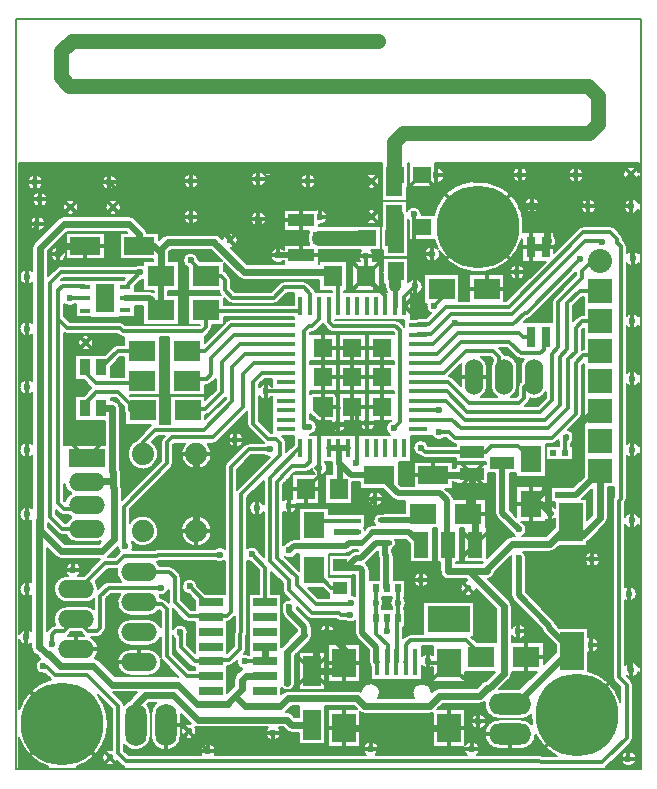
<source format=gbr>
G04 DesignSpark PCB Gerber Version 11.0 Build 5877*
%FSLAX33Y33*%
%MOIN*%
%ADD15O,0.06000X0.12000*%
%ADD18O,0.07087X0.14173*%
%ADD94R,0.01575X0.06299*%
%ADD112R,0.01575X0.09100*%
%ADD114R,0.02000X0.03050*%
%ADD100R,0.03000X0.07000*%
%ADD104R,0.03400X0.05400*%
%ADD110R,0.04700X0.08700*%
%ADD124R,0.05500X0.06000*%
%ADD117R,0.06000X0.10000*%
%ADD118R,0.06000X0.10040*%
%ADD99R,0.06300X0.07090*%
%ADD106R,0.06300X0.09800*%
%ADD103R,0.07000X0.09000*%
%ADD108R,0.07874X0.12598*%
%ADD113R,0.07900X0.09800*%
%ADD97R,0.03150X0.03150*%
%ADD96R,0.06299X0.06299*%
%ADD70R,0.07874X0.07874*%
%ADD86C,0.00100*%
%ADD21C,0.00500*%
%ADD11C,0.01181*%
%ADD91C,0.01575*%
%ADD12C,0.01969*%
%ADD13C,0.02362*%
%ADD93C,0.03937*%
%ADD92C,0.05118*%
%ADD17C,0.07400*%
%ADD19C,0.08000*%
%ADD14C,0.27559*%
%ADD102O,0.04800X0.01800*%
%ADD16O,0.12000X0.06000*%
%ADD20O,0.14173X0.07087*%
%ADD95R,0.06299X0.01575*%
%ADD105R,0.03400X0.01600*%
%ADD101R,0.04800X0.01800*%
%ADD115R,0.02200X0.02000*%
%ADD116R,0.02800X0.02000*%
%ADD98R,0.07874X0.02756*%
%ADD121R,0.04100X0.03900*%
%ADD109R,0.07874X0.03937*%
%ADD122R,0.08700X0.04100*%
%ADD125R,0.04703X0.04200*%
%ADD123R,0.06000X0.05500*%
%ADD119R,0.10000X0.06000*%
%ADD120R,0.10040X0.06000*%
%ADD71R,0.12000X0.06000*%
%ADD107R,0.09000X0.07000*%
%ADD111R,0.14200X0.08700*%
X0Y0D02*
D02*
D11*
X321Y502D02*
Y478D01*
Y514D02*
Y537D01*
X324Y662D02*
Y639D01*
Y668D02*
Y508D01*
X321D01*
X324Y674D02*
Y698D01*
Y911D02*
Y888D01*
Y923D02*
Y947D01*
Y1126D02*
Y1102D01*
Y1132D02*
Y917D01*
Y1138D02*
Y1161D01*
Y1336D02*
Y1312D01*
Y1347D02*
Y1371D01*
Y1531D02*
Y1507D01*
Y1536D02*
Y1342D01*
Y1542D02*
Y1566D01*
Y1703D02*
Y1679D01*
Y1715D02*
Y1738D01*
X344Y2024D02*
X320D01*
X348Y127D02*
X331Y111D01*
X348Y314D02*
X331Y330D01*
X350Y2018D02*
Y1994D01*
Y2024D02*
X385D01*
X468Y1941D01*
X350Y2030D02*
Y2053D01*
X352Y1886D02*
X328D01*
X356Y2024D02*
X379D01*
X358Y1880D02*
Y1856D01*
Y1886D02*
Y1877D01*
X324Y1844D01*
Y1709D01*
X358Y1892D02*
Y1915D01*
X360Y1967D02*
X336D01*
X364Y1886D02*
X387D01*
X366Y1962D02*
Y1938D01*
Y1973D02*
Y1997D01*
X371Y1967D02*
X395D01*
X405Y486D02*
Y514D01*
X418Y527D01*
X446D01*
X487Y568D01*
X421Y1784D02*
X397D01*
X427Y1778D02*
Y1754D01*
Y1790D02*
Y1814D01*
X428Y1569D02*
Y954D01*
X448Y934D01*
X509D01*
X522Y947D01*
X428Y1569D02*
Y1664D01*
X443Y1679D01*
X513D01*
X516Y1676D01*
X464Y1937D02*
X447Y1920D01*
X464Y1945D02*
X447Y1962D01*
X471Y733D02*
X447D01*
X472Y1937D02*
X489Y1920D01*
X472Y1945D02*
X489Y1962D01*
X474Y1812D02*
X450D01*
X477Y739D02*
Y763D01*
X483Y733D02*
X506D01*
X487Y492D02*
Y516D01*
X496Y1130D02*
X474Y1152D01*
X515Y1485D02*
X498Y1469D01*
X515Y1494D02*
X498Y1510D01*
X516Y1637D02*
X466D01*
X518Y1787D02*
Y1764D01*
X523Y1485D02*
X540Y1469D01*
X523Y1494D02*
X540Y1510D01*
X535Y127D02*
X551Y111D01*
X541Y468D02*
X564D01*
X547Y1130D02*
X569Y1152D01*
X562Y1812D02*
X585D01*
X592Y2024D02*
X568D01*
X596Y103D02*
X579Y86D01*
X596Y111D02*
X579Y128D01*
X598Y2018D02*
Y1994D01*
Y2030D02*
Y2053D01*
X604Y2024D02*
X627D01*
X604Y103D02*
X621Y86D01*
X605Y1937D02*
X589Y1920D01*
X605Y1945D02*
X589Y1962D01*
X614Y1937D02*
X631Y1920D01*
X614Y1945D02*
X631Y1962D01*
X644Y424D02*
X620D01*
X651Y1676D02*
X652D01*
X700Y1724D01*
X673Y624D02*
X698D01*
Y448D02*
Y472D01*
Y724D02*
X768D01*
X700Y1724D02*
X484D01*
X483Y1725D01*
X436D01*
X401Y1690D01*
Y909D01*
X441Y869D01*
X521D01*
X522Y868D01*
X708Y1363D02*
X697D01*
X688Y1354D01*
X553D01*
X515Y1392D01*
Y1407D01*
X708Y1462D02*
X625D01*
X571Y1407D01*
X709Y1264D02*
X668D01*
Y1284D01*
X628Y1324D01*
X553D01*
X515Y1286D01*
Y1271D01*
X768Y724D02*
X798D01*
X815Y707D01*
Y625D01*
X863Y578D01*
X933D01*
X936Y575D01*
X770Y673D02*
X595D01*
X567Y645D01*
Y539D01*
X555Y527D01*
X527D01*
X487Y568D01*
X787Y152D02*
Y128D01*
X816Y216D02*
X840D01*
X833Y524D02*
Y514D01*
X857Y862D02*
X833D01*
X857Y1118D02*
X833D01*
X858Y190D02*
X842Y173D01*
X858Y198D02*
X842Y215D01*
X862Y194D02*
Y192D01*
X927Y128D01*
X864Y1909D02*
X840D01*
X864Y2028D02*
X840D01*
X867Y190D02*
X883Y173D01*
X869Y1764D02*
Y1763D01*
X920Y1712D01*
X870Y1904D02*
Y1880D01*
Y1909D02*
X917D01*
Y2028D01*
X870D01*
Y1915D02*
Y1939D01*
Y2022D02*
Y1998D01*
Y2033D02*
Y2057D01*
X875Y1909D02*
X899D01*
X875Y2028D02*
X899D01*
X888Y831D02*
Y808D01*
Y893D02*
Y917D01*
Y1087D02*
Y1064D01*
X919Y862D02*
X942D01*
X919Y1118D02*
X942D01*
X920Y1599D02*
Y1542D01*
X908Y1529D01*
X643D01*
X633Y1539D01*
X458D01*
X428Y1569D01*
X921Y128D02*
X897D01*
X925Y575D02*
X936D01*
X936Y575D01*
X926Y575D02*
X936D01*
X936Y575D01*
X927Y134D02*
Y157D01*
X928Y436D02*
X936Y427D01*
X933Y128D02*
X956D01*
X936Y378D02*
X855D01*
X789Y444D01*
Y491D01*
X789Y492D01*
X789Y492D01*
Y601D01*
X773Y617D01*
X705D01*
X698Y624D01*
X936Y427D02*
X882D01*
X835Y474D01*
Y522D01*
X833Y524D01*
X936Y624D02*
X918D01*
X865Y677D01*
X966Y783D02*
X761D01*
X758Y779D01*
X648D01*
X624Y756D01*
X584D01*
X497Y669D01*
X487D01*
Y668D01*
X995Y1835D02*
X979Y1852D01*
X999Y1831D02*
Y1843D01*
X976Y1866D01*
X1003Y640D02*
Y593D01*
X990Y580D01*
X941D01*
X936Y575D01*
X1004Y1827D02*
X1020Y1810D01*
X1004Y1835D02*
X1020Y1852D01*
X1012Y1166D02*
X989D01*
X1018Y1160D02*
Y1137D01*
Y1172D02*
Y1196D01*
X1024Y1166D02*
X1048D01*
X1088Y1902D02*
X1064D01*
X1088Y2035D02*
X1064D01*
X1090Y932D02*
Y908D01*
Y944D02*
Y967D01*
X1094Y1896D02*
Y1872D01*
Y1907D02*
Y1931D01*
Y2030D02*
Y2006D01*
Y2035D02*
X936D01*
X877Y1976D01*
X645D01*
X598Y2024D01*
X1094Y2041D02*
Y2065D01*
X1100Y1902D02*
X1123D01*
X1100Y2035D02*
X1123D01*
X1118Y427D02*
X1049D01*
X1118Y624D02*
Y740D01*
X1073Y784D01*
X1119Y1321D02*
Y1297D01*
Y1333D02*
Y1356D01*
X1133Y1134D02*
X1063D01*
X1003Y1074D01*
Y640D01*
X1138Y189D02*
X1115D01*
X1144Y183D02*
Y159D01*
X1150Y189D02*
X1174D01*
X1155Y1781D02*
X1131D01*
X1161Y1787D02*
Y1810D01*
X1186Y1327D02*
X1119D01*
X1186Y1390D02*
X1108D01*
X1078Y1359D01*
Y1219D01*
X1128Y1169D01*
X1153D01*
X1168Y1154D01*
Y1114D01*
X1038Y984D01*
Y524D01*
X1034Y520D01*
Y469D01*
X996Y432D01*
X936D01*
Y427D01*
X1186Y1421D02*
X1080D01*
X1043Y1384D01*
Y1274D01*
X943Y1174D01*
X805D01*
X790Y1159D01*
Y1088D01*
X645Y943D01*
Y821D01*
X651Y814D01*
Y812D01*
X1186Y1453D02*
X1051D01*
X1008Y1409D01*
Y1295D01*
X913Y1200D01*
X751D01*
X710Y1159D01*
Y1118D01*
X1186Y1484D02*
X1128D01*
X1128Y1484D01*
X1033D01*
X973Y1424D01*
Y1324D01*
X918Y1269D01*
X864D01*
X859Y1264D01*
X1186Y1516D02*
X1014D01*
X938Y1439D01*
Y1384D01*
X923Y1369D01*
X863D01*
X858Y1363D01*
X1186Y1547D02*
X1003D01*
X917Y1462D01*
X858D01*
X1196Y939D02*
Y915D01*
Y945D02*
X1460D01*
X1484Y969D01*
X1196Y951D02*
Y974D01*
X1200Y1897D02*
X1176D01*
X1202Y945D02*
X1226D01*
X1227Y1001D02*
X1203D01*
X1234Y1137D02*
X1229D01*
X1132Y1040D01*
Y761D01*
X1196Y697D01*
Y666D01*
X1274Y587D01*
X1364D01*
X1369Y582D01*
X1400D01*
X1234Y1611D02*
Y1594D01*
X933D01*
X928Y1599D01*
X920D01*
X1238Y1796D02*
Y1819D01*
Y1882D02*
Y1859D01*
Y1912D02*
Y1935D01*
X1247Y369D02*
X1225Y347D01*
X1247Y421D02*
X1225Y443D01*
X1252Y971D02*
Y948D01*
X1253Y2028D02*
X1230D01*
X1259Y2022D02*
Y1998D01*
Y2028D02*
X1472D01*
X1259Y2033D02*
Y2057D01*
X1265Y2028D02*
X1289D01*
X1266Y1137D02*
Y1093D01*
X1251Y1078D01*
X1208D01*
X1174Y1044D01*
Y1043D01*
X1158Y1026D01*
Y772D01*
X1222Y708D01*
Y681D01*
X1285Y617D01*
X1402D01*
Y623D01*
X1266Y1611D02*
Y1653D01*
X1245Y1674D01*
X1180D01*
X1145Y1639D01*
X1008D01*
X983Y1664D01*
Y1699D01*
X970Y1712D01*
X920D01*
X1275Y1781D02*
X1299D01*
X1278Y1001D02*
X1302D01*
X1285Y1073D02*
X1297D01*
Y1046D01*
X1252Y1001D01*
X1297Y1137D02*
Y1205D01*
Y1137D02*
Y1073D01*
Y1205D02*
X1349D01*
X1360Y1216D01*
X1297Y1611D02*
Y1569D01*
X1273Y1544D01*
X1262D01*
X1247Y1529D01*
Y1204D01*
X1263Y1209D01*
X1299Y1915D02*
Y1939D01*
X1299Y369D02*
X1321Y347D01*
X1299Y421D02*
X1321Y443D01*
X1305Y1909D02*
X1328D01*
X1309Y1276D02*
X1357D01*
X1361Y1271D01*
X1309Y1276D02*
Y1217D01*
X1297Y1205D01*
X1309Y1276D02*
X1333D01*
X1309Y1400D02*
Y1423D01*
Y1447D02*
Y1423D01*
Y1472D02*
Y1276D01*
Y1498D02*
Y1522D01*
X1317Y525D02*
X1293D01*
X1323Y519D02*
Y495D01*
Y531D02*
Y554D01*
X1329Y525D02*
X1352D01*
X1329Y1611D02*
Y1558D01*
X1343Y1544D01*
X1551D01*
X1565Y1531D01*
Y1224D01*
X1546Y1205D01*
X1335Y1374D02*
X1358D01*
X1335Y1472D02*
X1358D01*
X1345Y204D02*
X1321D01*
X1345Y421D02*
X1321D01*
X1354Y1216D02*
X1330D01*
X1354Y1217D02*
X1330D01*
X1357Y1218D02*
X1359Y1216D01*
X1360D01*
Y1211D02*
Y1187D01*
Y1249D02*
Y1217D01*
X1360Y1611D02*
Y1695D01*
X1344Y1712D01*
X1361Y1271D02*
Y1233D01*
Y1271D02*
X1362Y1271D01*
X1366Y1216D02*
X1389D01*
X1366Y1217D02*
X1389D01*
X1367Y672D02*
X1337D01*
X1279Y731D01*
X1379Y161D02*
Y137D01*
Y247D02*
Y271D01*
Y378D02*
Y354D01*
Y464D02*
Y488D01*
X1382Y1374D02*
X1358D01*
X1382Y1472D02*
X1358D01*
X1408Y1250D02*
Y1226D01*
Y1301D02*
Y1325D01*
Y1348D02*
Y1325D01*
Y1400D02*
Y1423D01*
Y1447D02*
Y1423D01*
Y1472D02*
Y1276D01*
X1412Y204D02*
X1436D01*
X1412Y421D02*
X1436D01*
X1413Y896D02*
X1295D01*
X1279Y881D01*
X1423Y1137D02*
Y1092D01*
X1419Y1088D01*
X1423Y1137D02*
Y1260D01*
X1408Y1276D01*
X1427Y1684D02*
X1405Y1662D01*
X1427Y1739D02*
X1405Y1761D01*
X1433Y1276D02*
X1457D01*
X1433Y1374D02*
X1457D01*
X1433Y1472D02*
X1457D01*
X1448Y1777D02*
X1425D01*
X1452Y1221D02*
X1428D01*
X1454Y1712D02*
Y1777D01*
Y1712D02*
Y1703D01*
X1483Y1674D01*
X1484Y1663D01*
X1501D01*
X1518Y1647D01*
Y1612D01*
X1518Y1611D01*
X1458Y1216D02*
Y1192D01*
X1458Y1252D02*
Y1222D01*
X1458Y1221D01*
X1460Y1777D02*
X1484D01*
X1463Y135D02*
X1439D01*
X1464Y1221D02*
X1487D01*
X1468Y1905D02*
X1451Y1889D01*
X1468Y1914D02*
X1451Y1930D01*
X1468Y2023D02*
X1451Y2007D01*
X1468Y2032D02*
X1451Y2048D01*
X1469Y135D02*
X1806D01*
X1469Y141D02*
Y164D01*
X1472Y1909D02*
X1299D01*
X1475Y135D02*
X1498D01*
X1476Y1905D02*
X1493Y1889D01*
X1476Y1914D02*
X1493Y1930D01*
X1476Y2023D02*
X1493Y2007D01*
X1476Y2032D02*
X1493Y2048D01*
X1478Y969D02*
X1454D01*
X1481Y1276D02*
X1457D01*
X1481Y1374D02*
X1457D01*
X1481Y1472D02*
X1457D01*
X1481Y1684D02*
X1503Y1662D01*
X1481Y1739D02*
X1503Y1761D01*
X1484Y963D02*
Y939D01*
Y974D02*
Y998D01*
X1485Y623D02*
Y647D01*
X1485D01*
Y671D01*
Y571D02*
Y597D01*
X1485D01*
Y623D01*
X1490Y969D02*
X1513D01*
X1506Y1250D02*
Y1226D01*
Y1276D02*
Y1219D01*
Y1301D02*
Y1325D01*
Y1348D02*
Y1325D01*
Y1400D02*
Y1423D01*
Y1447D02*
Y1423D01*
Y1472D02*
Y1276D01*
Y1472D02*
X1491D01*
X1522Y425D02*
X1525D01*
Y483D01*
X1488Y520D01*
Y568D01*
X1485Y571D01*
X1523D02*
Y530D01*
X1554Y425D02*
X1558D01*
Y540D01*
X1558Y540D01*
Y569D01*
X1560Y571D01*
Y622D01*
Y671D01*
X1581Y1611D02*
X1581D01*
Y1642D01*
X1616Y1677D01*
X1584Y426D02*
X1585Y425D01*
X1585Y1608D02*
X1607Y1586D01*
X1585Y1615D02*
X1607Y1637D01*
X1616Y2027D02*
X1594Y2005D01*
X1616Y1671D02*
Y1647D01*
Y1677D02*
Y1797D01*
X1613D01*
Y1918D01*
X1616Y1683D02*
Y1707D01*
X1627Y1264D02*
X1696D01*
X1627Y1295D02*
X1719D01*
X1783Y1231D01*
X2049D01*
X2099Y1281D01*
Y1443D01*
X2124Y1468D01*
Y1621D01*
X2165Y1662D01*
X2233D01*
X1627Y1327D02*
X1723D01*
X1790Y1260D01*
X2034D01*
X2072Y1297D01*
Y1452D01*
X2094Y1474D01*
Y1626D01*
X2174Y1705D01*
Y1728D01*
X2202Y1757D01*
X2233D01*
Y1762D01*
X1627Y1358D02*
X1727D01*
X1798Y1287D01*
X1962D01*
X1981Y1306D01*
Y1343D01*
X2013Y1376D01*
X1627Y1390D02*
X1714D01*
X1787Y1463D01*
X1876D01*
X1897Y1442D01*
Y1392D01*
X1913Y1376D01*
X1627Y1421D02*
X1699D01*
X1771Y1493D01*
X1931D01*
X1970Y1455D01*
X2034D01*
X2045Y1466D01*
Y1502D01*
X2052Y1509D01*
X1627Y1453D02*
X1691D01*
X1759Y1521D01*
X1963D01*
X1975Y1509D01*
X2002D01*
X1627Y1484D02*
X1629Y1486D01*
X1676D01*
X1723Y1533D01*
X1627Y1547D02*
Y1551D01*
X1663D01*
X1721Y1609D01*
X1930D01*
X2178Y1857D01*
X2268D01*
X2289Y1836D01*
Y1823D01*
X2302Y1811D01*
Y969D01*
X2296Y963D01*
Y376D01*
X2322Y350D01*
Y171D01*
X2258Y107D01*
X2256D01*
X2240Y91D01*
X2035D01*
X2031Y94D01*
X654D01*
X627Y121D01*
Y277D01*
X524Y381D01*
X417D01*
X390Y407D01*
X377D01*
Y411D01*
X1631Y699D02*
X1608D01*
X1633Y1048D02*
X1610D01*
X1637Y693D02*
Y669D01*
Y705D02*
Y728D01*
X1643Y699D02*
X1667D01*
X1659Y422D02*
Y399D01*
Y434D02*
Y458D01*
X1662Y2027D02*
X1684Y2005D01*
X1668Y1785D02*
X1644D01*
X1674Y1779D02*
Y1756D01*
Y1791D02*
Y1815D01*
X1678Y1072D02*
Y1095D01*
X1688Y2042D02*
Y2019D01*
Y2048D02*
X2016D01*
X2005Y2037D01*
Y1948D01*
X1688Y2054D02*
Y2078D01*
X1694Y386D02*
X1672Y364D01*
X1694Y2048D02*
X1718D01*
X1695Y204D02*
X1672D01*
X1696Y1192D02*
X1730D01*
X1750Y1172D01*
X2073D01*
X2153Y1252D01*
Y1422D01*
X2178Y1447D01*
X2218D01*
X2233Y1462D01*
X1705Y1668D02*
Y1637D01*
X1680Y1612D01*
X1723Y1533D02*
X1732Y1542D01*
X1729Y161D02*
Y137D01*
Y247D02*
Y271D01*
Y421D02*
X1666D01*
X1659Y428D01*
X1733Y1783D02*
X1716Y1766D01*
X1733Y1969D02*
X1716Y1986D01*
X1749Y1554D02*
Y1552D01*
X1944D01*
X1982Y1590D01*
X1990D01*
X2167Y1767D01*
X1749Y1554D02*
X1745D01*
X1723Y1533D01*
X1763Y204D02*
X1786D01*
X1764Y386D02*
X1786Y364D01*
X1789Y1376D02*
X1766D01*
X1790Y667D02*
X1773Y650D01*
X1790Y675D02*
X1773Y692D01*
X1792Y1035D02*
X1770Y1013D01*
X1792Y1066D02*
X1770Y1088D01*
X1794Y949D02*
Y973D01*
X1798Y667D02*
X1815Y650D01*
X1798Y797D02*
X1776Y775D01*
X1798Y835D02*
X1776Y857D01*
X1800Y135D02*
X1776D01*
X1806Y141D02*
Y164D01*
X1808Y1126D02*
X1852D01*
X1871Y1145D01*
X1960D01*
X2003Y1101D01*
X1808Y1126D02*
X1649D01*
X1636Y1139D01*
X1811Y135D02*
X1835D01*
X1816Y1668D02*
X1792D01*
X1822Y227D02*
X1799D01*
X1823Y1035D02*
X1845Y1013D01*
X1823Y1066D02*
X1845Y1088D01*
X1828Y222D02*
Y198D01*
Y233D02*
Y257D01*
X1833Y920D02*
X1856D01*
X1834Y227D02*
X1858D01*
X1837Y835D02*
X1859Y857D01*
X1837Y1376D02*
X1861D01*
X1838Y442D02*
Y447D01*
X1788Y497D01*
X1600D01*
X1586Y483D01*
Y427D01*
X1585Y427D01*
Y425D01*
X1855Y1697D02*
Y1721D01*
X1869Y184D02*
X1845D01*
X1894Y1668D02*
X1917D01*
X1919Y1783D02*
X1936Y1766D01*
X1919Y1969D02*
X1936Y1986D01*
X1933Y155D02*
Y131D01*
X1951Y1724D02*
X1927D01*
X1957Y1718D02*
Y1695D01*
Y1730D02*
Y1754D01*
X1960Y2050D02*
X1936D01*
X1961Y521D02*
Y497D01*
Y532D02*
Y556D01*
X1963Y1724D02*
X1986D01*
X1966Y2044D02*
Y2021D01*
Y2050D02*
Y1939D01*
X2062D01*
Y1827D01*
X1966Y2056D02*
Y2080D01*
X1967Y527D02*
X1991D01*
X1972Y2050D02*
X1995D01*
X1974Y951D02*
X1950D01*
X1988Y413D02*
Y389D01*
Y471D02*
Y495D01*
X1993Y1809D02*
X1969D01*
X1999Y1948D02*
X1976D01*
X2002Y1780D02*
Y1756D01*
Y1838D02*
Y1862D01*
X2003Y912D02*
Y889D01*
Y991D02*
Y1014D01*
X2005Y1942D02*
Y1918D01*
Y1954D02*
Y1977D01*
X2011Y1948D02*
X2035D01*
X2027Y442D02*
X2051D01*
X2032Y951D02*
X2056D01*
X2050Y1503D02*
Y1509D01*
X2052D01*
Y1838D02*
Y1862D01*
X2061Y1809D02*
X2085D01*
X2062Y1827D02*
Y1813D01*
X2059Y1809D01*
X2052D01*
X2063Y155D02*
X2046Y138D01*
X2065Y916D02*
Y892D01*
Y928D02*
Y951D01*
X2118Y1122D02*
Y1170D01*
X2119Y1171D01*
Y1177D01*
X2124D01*
X2146Y2048D02*
X2122D01*
X2152Y2042D02*
Y2019D01*
Y2054D02*
Y2078D01*
X2158Y2048D02*
X2182D01*
X2188Y1944D02*
X2165D01*
X2194Y1938D02*
Y1914D01*
Y1944D02*
X2179D01*
X2166Y1957D01*
X2194Y1950D02*
Y1973D01*
X2200Y1944D02*
X2224D01*
X2201Y767D02*
X2177D01*
X2203Y476D02*
Y453D01*
Y488D02*
Y512D01*
X2207Y761D02*
Y737D01*
Y773D02*
Y796D01*
X2209Y482D02*
X2233D01*
X2212Y767D02*
X2236D01*
X2233Y1562D02*
X2174D01*
X2152Y1539D01*
Y1459D01*
X2128Y1435D01*
Y1271D01*
X2061Y1204D01*
X1770D01*
X1741Y1232D01*
X1627D01*
X2239Y1826D02*
Y1830D01*
X2183D01*
X1939Y1586D01*
X1737D01*
X1670Y1518D01*
X1627D01*
Y1516D01*
X2249Y341D02*
X2266Y358D01*
X2322Y103D02*
X2299D01*
X2328Y109D02*
Y133D01*
X2330Y647D02*
Y623D01*
Y653D02*
Y400D01*
X2337D01*
X2330Y658D02*
Y682D01*
X2332Y2047D02*
X2315Y2030D01*
X2332Y2055D02*
X2315Y2072D01*
X2332Y1944D02*
X2308D01*
X2334Y103D02*
X2358D01*
X2337Y394D02*
Y370D01*
Y406D02*
Y429D01*
X2338Y1938D02*
Y1914D01*
Y1944D02*
Y1975D01*
X2336D01*
Y2051D01*
X2338Y1950D02*
Y1973D01*
X2339Y891D02*
Y867D01*
Y903D02*
Y926D01*
Y1127D02*
Y1103D01*
Y1133D02*
Y897D01*
Y1139D02*
Y1162D01*
Y1859D02*
Y1772D01*
X2342D01*
X2340Y1364D02*
Y1341D01*
Y1376D02*
Y1400D01*
X2340Y2047D02*
X2357Y2030D01*
X2340Y2055D02*
X2357Y2072D01*
X2341Y1556D02*
Y1532D01*
Y1562D02*
Y1370D01*
X2340D01*
X2341Y1568D02*
Y1592D01*
X2342Y1766D02*
Y1742D01*
Y1778D02*
Y1801D01*
D02*
D12*
X651Y1637D02*
X733D01*
X770Y1599D01*
Y1712D02*
Y1599D01*
X1238Y1781D02*
X1161D01*
X1248Y515D02*
Y542D01*
X1198Y592D01*
Y607D01*
X1329Y1137D02*
X1360D01*
X1392D01*
X1365Y1085D02*
Y1003D01*
X1363Y1001D01*
X1365Y1085D02*
X1363Y1086D01*
Y1135D01*
X1360Y1137D01*
X1388Y739D02*
X1376D01*
X1367Y747D01*
X1413Y822D02*
X1397D01*
X1386Y811D01*
X1212D01*
X1198Y797D01*
X1413Y822D02*
X1438D01*
X1413Y859D02*
X1358D01*
X1473Y857D02*
X1597D01*
X1638Y816D01*
X1491Y425D02*
X1488D01*
Y476D01*
X1441Y523D01*
Y732D01*
X1434Y739D01*
X1388D01*
X1498Y1048D02*
X1402D01*
X1365Y1085D01*
X1516Y822D02*
X1485D01*
X1435Y772D01*
X1421D01*
X1388Y739D01*
X1516Y822D02*
Y785D01*
X1521Y779D01*
Y672D01*
X1523Y671D01*
X1517Y897D02*
X1620D01*
X1644Y920D01*
X1728Y816D02*
X1722D01*
Y965D01*
X1701Y987D01*
X1561D01*
X1500Y1048D01*
X1498D01*
X1962Y771D02*
Y647D01*
X2063Y546D01*
Y540D01*
X2140Y463D01*
X1962Y867D02*
X1908Y922D01*
Y1088D01*
X2098Y983D02*
X2154D01*
X2233Y1062D01*
D02*
D13*
X321Y508D03*
X324Y668D03*
Y917D03*
Y1132D03*
Y1342D03*
Y1536D03*
Y1709D03*
X350Y2024D03*
X358Y1886D03*
X365Y472D02*
X369D01*
X389Y452D01*
X395D01*
X434Y412D01*
X543D01*
X605Y350D01*
X825D01*
X889Y286D01*
X993D01*
Y287D01*
X1016Y311D01*
X366Y1967D03*
X368Y885D02*
Y897D01*
X364D01*
Y476D01*
X368Y885D02*
Y864D01*
X438Y794D01*
X573D01*
X613Y834D01*
Y1004D01*
X609Y1008D01*
Y1022D01*
X377Y411D03*
X405Y486D03*
X427Y1784D03*
X466Y1637D03*
X468Y1941D03*
X477Y733D03*
X518Y1812D02*
X454D01*
X427Y1784D01*
X519Y1489D03*
X535Y299D03*
X571Y1271D02*
X608D01*
Y1061D01*
X609Y1059D01*
Y1022D01*
X598Y2024D03*
X600Y107D03*
X609Y1022D02*
X603Y1029D01*
X525D01*
X522Y1026D01*
X610Y1941D03*
X651Y812D03*
X687Y216D02*
X682D01*
Y277D01*
X718Y315D01*
X810D01*
X892Y233D01*
X1189D01*
Y230D01*
X698Y1812D02*
Y1851D01*
X663Y1886D01*
X448D01*
X368Y1806D01*
Y885D01*
X698Y1812D02*
X745D01*
X770Y1787D01*
X700Y1724D03*
X770Y673D03*
X770Y1787D02*
Y1712D01*
Y1787D02*
Y1802D01*
X793Y1824D01*
X948D01*
Y1823D01*
X1035Y1736D01*
X1036D01*
X1047Y1725D01*
X1330D01*
X1344Y1712D01*
X833Y524D03*
X862Y194D03*
X865Y677D03*
X869Y1764D03*
X870Y1909D03*
Y2028D03*
X888Y1118D02*
Y862D01*
X927Y128D03*
X966Y783D03*
X999Y1831D03*
X1016Y311D02*
X1039Y334D01*
Y365D01*
X1052Y378D01*
X1118D01*
X1018Y1166D03*
X1049Y427D03*
X1073Y784D03*
X1083Y1862D02*
X1094D01*
Y1902D01*
X1090Y938D03*
X1094Y1902D03*
Y2035D03*
X1118Y427D02*
Y476D01*
X1119Y1327D03*
X1133Y1134D03*
X1144Y189D03*
X1161Y1781D03*
X1189Y230D03*
X1191Y356D03*
Y457D01*
X1248Y515D01*
X1196Y945D03*
X1198Y607D03*
Y797D03*
X1259Y2028D03*
X1263Y1209D03*
X1273Y215D02*
X1205D01*
X1189Y230D01*
X1273Y395D02*
X1285D01*
Y487D01*
X1323Y525D01*
X1273Y395D02*
X1353D01*
X1379Y421D01*
X1297Y1073D03*
X1299Y1909D03*
X1323Y525D03*
X1358Y859D03*
X1360Y1216D03*
Y1217D03*
X1379Y204D02*
X1729D01*
X1379Y421D02*
Y469D01*
X1323Y525D01*
X1400Y582D03*
X1402Y623D03*
X1419Y1088D03*
X1454Y1777D03*
X1458Y1221D03*
X1469Y135D03*
X1472Y1909D03*
Y2028D03*
X1484Y969D03*
X1485Y623D03*
X1523Y530D03*
X1546Y1205D03*
X1560Y622D03*
X1613Y1918D03*
X1616Y1677D03*
X1636Y1139D03*
X1637Y699D03*
X1659Y428D03*
X1674Y1785D03*
X1678Y1048D02*
X1753D01*
X1680Y1612D03*
X1688Y2048D03*
X1696Y1192D03*
Y1264D03*
X1728Y816D02*
Y727D01*
X1729Y728D01*
X1797D01*
X1749Y1554D03*
X1753Y1048D03*
X1805D01*
X1808Y1051D01*
X1794Y671D03*
X1797Y728D02*
X1913Y612D01*
Y386D01*
X1864Y337D01*
X1858D01*
X1833Y313D01*
X1698D01*
X1665Y279D01*
X1448D01*
X1423Y304D01*
X1194D01*
X1167Y277D01*
X1050D01*
X1016Y311D01*
X1806Y135D03*
X1808Y1051D02*
Y934D01*
X1794Y920D01*
X1818Y816D02*
Y896D01*
X1794Y920D01*
X1823Y227D02*
X1828D01*
D03*
X1933Y284D02*
Y280D01*
X1946D01*
X2107Y440D01*
X2117D01*
X2140Y463D01*
X1957Y1724D03*
X1961Y527D03*
X1962Y771D03*
Y867D03*
X1966Y2050D03*
X2003Y951D02*
X2036D01*
X2065Y922D01*
X2005Y1948D03*
X2052Y1809D02*
X2002D01*
X2062Y1827D03*
X2065Y922D03*
X2119Y1171D03*
X2138Y891D02*
X2065Y818D01*
X1939D01*
X1858Y736D01*
Y728D01*
X1797D01*
X2152Y2048D03*
X2167Y1767D03*
X2194Y1944D03*
X2203Y482D03*
X2207Y767D03*
X2233Y1062D02*
Y904D01*
X2177Y848D01*
Y852D01*
X2138Y891D01*
X2233Y1262D02*
X2209D01*
X2160Y1212D01*
Y1060D01*
X2137Y1036D01*
X2073D01*
X2051Y1014D01*
Y999D01*
X2003Y951D01*
X2239Y1826D03*
X2328Y103D03*
X2330Y653D03*
X2336Y2051D03*
X2337Y400D03*
X2338Y1944D03*
X2339Y897D03*
Y1133D03*
X2340Y1370D03*
X2341Y1562D03*
X2342Y1772D03*
D02*
D14*
X441Y220D03*
X1826Y1876D03*
X2156Y248D03*
D02*
D15*
X1813Y1376D03*
X1913D03*
X2013D03*
D02*
D16*
X487Y468D03*
Y568D03*
Y668D03*
X522Y868D03*
Y947D03*
Y1026D03*
X698Y424D03*
Y524D03*
Y624D03*
Y724D03*
D02*
D17*
X710Y862D03*
Y1118D03*
X888Y862D03*
Y1118D03*
D02*
D18*
X687Y216D03*
X787D03*
D02*
D19*
X2233Y1762D03*
D02*
D70*
Y1062D03*
Y1162D03*
Y1262D03*
Y1362D03*
Y1462D03*
Y1562D03*
Y1662D03*
D02*
D71*
X522Y1105D03*
D02*
D20*
X1933Y184D03*
Y284D03*
D02*
D21*
X288Y67D02*
X2370D01*
Y2567D01*
X288D01*
Y67D01*
X297Y174D02*
Y76D01*
X394D01*
G75*
G02*
X297Y174I47J145D01*
G01*
G36*
X297Y174D02*
Y76D01*
X394D01*
G75*
G02*
X297Y174I47J145D01*
G01*
G37*
Y499D02*
Y267D01*
G75*
G02*
X402Y367I145J-47D01*
G01*
X383Y386D01*
G75*
G02*
X368Y436I-6J25D01*
G01*
X356Y448D01*
G75*
G02*
X339Y467I8J25D01*
G01*
G75*
G02*
X337Y476I25J9D01*
G01*
Y487D01*
G75*
G02*
X297Y499I-16J20D01*
G01*
G36*
X297Y499D02*
Y267D01*
G75*
G02*
X402Y367I145J-47D01*
G01*
X383Y386D01*
G75*
G02*
X368Y436I-6J25D01*
G01*
X356Y448D01*
G75*
G02*
X339Y467I8J25D01*
G01*
G75*
G02*
X337Y476I25J9D01*
G01*
Y487D01*
G75*
G02*
X297Y499I-16J20D01*
G01*
G37*
Y2087D02*
Y517D01*
G75*
G02*
X337Y528I25J-9D01*
G01*
Y646D01*
G75*
G02*
X298Y668I-13J23D01*
G01*
G75*
G02*
X337Y691I26J0D01*
G01*
Y895D01*
G75*
G02*
X298Y917I-13J23D01*
G01*
G75*
G02*
X341Y937I26J0D01*
G01*
Y1112D01*
G75*
G02*
X298Y1132I-17J20D01*
G01*
G75*
G02*
X341Y1152I26J0D01*
G01*
Y1322D01*
G75*
G02*
X298Y1342I-17J20D01*
G01*
G75*
G02*
X341Y1361I26J0D01*
G01*
Y1517D01*
G75*
G02*
X298Y1536I-17J20D01*
G01*
G75*
G02*
X341Y1556I26J0D01*
G01*
Y1689D01*
G75*
G02*
X298Y1709I-17J20D01*
G01*
G75*
G02*
X341Y1728I26J0D01*
G01*
Y1806D01*
G75*
G02*
X349Y1824I26J0D01*
G01*
X429Y1904D01*
G75*
G02*
X448Y1912I18J-18D01*
G01*
X663D01*
G75*
G02*
X681Y1904I0J-26D01*
G01*
X716Y1869D01*
G75*
G02*
X723Y1856I-18J-18D01*
G01*
X762D01*
Y1831D01*
G75*
G02*
X763Y1831I-17J-20D01*
G01*
X774Y1842D01*
G75*
G02*
X793Y1850I18J-18D01*
G01*
X948D01*
G75*
G02*
X969Y1839I0J-26D01*
G01*
X974Y1834D01*
G75*
G02*
X1026Y1831I26J-4D01*
G01*
G75*
G02*
X1003Y1805I-26J0D01*
G01*
X1050Y1758D01*
G75*
G02*
X1054Y1755I-14J-22D01*
G01*
X1057Y1752D01*
X1180D01*
Y1763D01*
G75*
G02*
X1135Y1781I-19J18D01*
G01*
G75*
G02*
X1180Y1799I26J0D01*
G01*
Y1816D01*
X1263D01*
Y1820D01*
G75*
G02*
Y1859I35J19D01*
G01*
Y1862D01*
X1180D01*
Y1932D01*
X1285D01*
G75*
G02*
X1325Y1909I13J-22D01*
G01*
G75*
G02*
X1295Y1884I-26J0D01*
G01*
Y1879D01*
G75*
G02*
X1298Y1879I2J-40D01*
G01*
X1414D01*
Y1880D01*
X1503D01*
Y1797D01*
X1471D01*
G75*
G02*
X1475Y1761I-17J-20D01*
G01*
X1500D01*
Y1662D01*
X1408D01*
Y1761D01*
X1433D01*
G75*
G02*
X1437Y1797I21J15D01*
G01*
X1414D01*
Y1799D01*
X1298D01*
G75*
G02*
X1295Y1799I0J40D01*
G01*
Y1752D01*
X1298D01*
Y1761D01*
X1390D01*
Y1662D01*
X1381D01*
Y1657D01*
X1524D01*
G75*
G02*
X1515Y1680I25J23D01*
G01*
Y1685D01*
X1511D01*
Y1708D01*
G75*
G02*
Y1740I39J16D01*
G01*
Y1773D01*
X1594D01*
Y1731D01*
G75*
G02*
Y1723I-42J-4D01*
G01*
Y1691D01*
G75*
G02*
X1643Y1677I22J-14D01*
G01*
G75*
G02*
X1603Y1655I-26J0D01*
G01*
Y1569D01*
X1620D01*
G75*
G02*
X1627Y1571I7J-19D01*
G01*
X1654D01*
X1671Y1587D01*
G75*
G02*
X1655Y1619I9J25D01*
G01*
X1645D01*
Y1717D01*
X1764D01*
Y1629D01*
X1795D01*
Y1717D01*
X1914D01*
Y1629D01*
X1921D01*
X2052Y1760D01*
X1973D01*
Y1835D01*
G75*
G02*
X1698Y1794I-146J41D01*
G01*
G75*
G02*
X1700Y1785I-25J-8D01*
G01*
G75*
G02*
X1647I-26J0D01*
G01*
G75*
G02*
X1693Y1803I26J0D01*
G01*
G75*
G02*
X1681Y1832I133J73D01*
G01*
X1595D01*
Y1899D01*
G75*
G02*
X1593Y1900I18J19D01*
G01*
Y1863D01*
X1594D01*
Y1775D01*
X1511D01*
Y1797D01*
X1504D01*
Y1880D01*
X1505D01*
Y1916D01*
X1506D01*
Y1962D01*
X1589D01*
Y1929D01*
G75*
G02*
X1639Y1918I23J-12D01*
G01*
G75*
G02*
X1639Y1916I-26J0D01*
G01*
X1679D01*
G75*
G02*
X1977Y1859I147J-40D01*
G01*
X2081D01*
Y1845D01*
G75*
G02*
Y1809I-19J-18D01*
G01*
Y1790D01*
X2163Y1872D01*
G75*
G02*
X2178Y1878I14J-14D01*
G01*
X2268D01*
G75*
G02*
X2282Y1872I0J-20D01*
G01*
X2304Y1850D01*
G75*
G02*
X2310Y1836I-14J-14D01*
G01*
Y1832D01*
X2316Y1825D01*
G75*
G02*
X2322Y1811I-14J-14D01*
G01*
Y1788D01*
G75*
G02*
X2362Y1789I20J-17D01*
G01*
Y1933D01*
G75*
G02*
X2312Y1944I-24J11D01*
G01*
G75*
G02*
X2362Y1955I26J0D01*
G01*
Y2046D01*
G75*
G02*
X2310Y2051I-26J6D01*
G01*
G75*
G02*
X2362Y2057I26J0D01*
G01*
Y2087D01*
X1683D01*
Y2074D01*
G75*
G02*
X1715Y2048I5J-26D01*
G01*
G75*
G02*
X1683Y2023I-26J0D01*
G01*
Y2008D01*
X1595D01*
Y2087D01*
X1593D01*
Y2008D01*
X1589D01*
Y1963D01*
X1506D01*
Y2008D01*
X1505D01*
Y2087D01*
X297D01*
X1940Y2050D02*
G75*
G02*
X1992I26J0D01*
G01*
G75*
G02*
X1940I-26J0D01*
G01*
X1979Y1948D02*
G75*
G02*
X2031I26J0D01*
G01*
G75*
G02*
X1979I-26J0D01*
G01*
X2126Y2048D02*
G75*
G02*
X2178I26J0D01*
G01*
G75*
G02*
X2126I-26J0D01*
G01*
X2168Y1944D02*
G75*
G02*
X2220I26J0D01*
G01*
G75*
G02*
X2168I-26J0D01*
G01*
X324Y2024D02*
G75*
G02*
X376I26J0D01*
G01*
G75*
G02*
X324I-26J0D01*
G01*
X332Y1886D02*
G75*
G02*
X384I26J0D01*
G01*
G75*
G02*
X332I-26J0D01*
G01*
X339Y1967D02*
G75*
G02*
X392I26J0D01*
G01*
G75*
G02*
X339I-26J0D01*
G01*
X442Y1941D02*
G75*
G02*
X494I26J0D01*
G01*
G75*
G02*
X442I-26J0D01*
G01*
X572Y2024D02*
G75*
G02*
X624I26J0D01*
G01*
G75*
G02*
X572I-26J0D01*
G01*
X584Y1941D02*
G75*
G02*
X636I26J0D01*
G01*
G75*
G02*
X584I-26J0D01*
G01*
X843Y1909D02*
G75*
G02*
X896I26J0D01*
G01*
G75*
G02*
X843I-26J0D01*
G01*
Y2028D02*
G75*
G02*
X896I26J0D01*
G01*
G75*
G02*
X843I-26J0D01*
G01*
X1068Y1902D02*
G75*
G02*
X1120I26J0D01*
G01*
G75*
G02*
X1068I-26J0D01*
G01*
Y2035D02*
G75*
G02*
X1120I26J0D01*
G01*
G75*
G02*
X1068I-26J0D01*
G01*
X1233Y2028D02*
G75*
G02*
X1285I26J0D01*
G01*
G75*
G02*
X1233I-26J0D01*
G01*
X1446Y1909D02*
G75*
G02*
X1498I26J0D01*
G01*
G75*
G02*
X1446I-26J0D01*
G01*
Y2028D02*
G75*
G02*
X1498I26J0D01*
G01*
G75*
G02*
X1446I-26J0D01*
G01*
X1931Y1724D02*
G75*
G02*
X1983I26J0D01*
G01*
G75*
G02*
X1931I-26J0D01*
G01*
X299Y661D02*
G36*
X299Y661D02*
Y522D01*
G75*
G02*
X337Y528I22J-14D01*
G01*
Y646D01*
G75*
G02*
X299Y661I-13J23D01*
G01*
G37*
Y910D02*
G36*
X299Y910D02*
Y676D01*
G75*
G02*
X337Y691I25J-7D01*
G01*
Y895D01*
G75*
G02*
X299Y910I-13J23D01*
G01*
G37*
Y1125D02*
G36*
X299Y1125D02*
Y925D01*
G75*
G02*
X341Y937I25J-7D01*
G01*
Y1112D01*
G75*
G02*
X299Y1125I-17J20D01*
G01*
G37*
Y1334D02*
G36*
X299Y1334D02*
Y1139D01*
G75*
G02*
X341Y1152I25J-7D01*
G01*
Y1322D01*
G75*
G02*
X299Y1334I-17J20D01*
G01*
G37*
Y1529D02*
G36*
X299Y1529D02*
Y1349D01*
G75*
G02*
X341Y1361I25J-7D01*
G01*
Y1517D01*
G75*
G02*
X299Y1529I-17J20D01*
G01*
G37*
Y1701D02*
G36*
X299Y1701D02*
Y1544D01*
G75*
G02*
X341Y1556I25J-7D01*
G01*
Y1689D01*
G75*
G02*
X299Y1701I-17J20D01*
G01*
G37*
Y1724D02*
G36*
X299Y1724D02*
Y1716D01*
G75*
G02*
X303Y1724I25J-7D01*
G01*
X299D01*
G37*
X1381Y1662D02*
G36*
X1381Y1662D02*
Y1657D01*
X1524D01*
G75*
G02*
X1515Y1680I25J23D01*
G01*
Y1685D01*
X1511D01*
Y1708D01*
G75*
G02*
X1508Y1724I39J16D01*
G01*
Y1724D01*
X1500D01*
Y1662D01*
X1408D01*
Y1724D01*
X1390D01*
Y1662D01*
X1381D01*
G37*
X1594Y1723D02*
G36*
X1594Y1723D02*
Y1691D01*
G75*
G02*
X1643Y1677I22J-14D01*
G01*
G75*
G02*
X1603Y1655I-26J0D01*
G01*
Y1569D01*
X1620D01*
G75*
G02*
X1627Y1571I7J-19D01*
G01*
X1654D01*
X1671Y1587D01*
G75*
G02*
X1654Y1612I9J25D01*
G01*
G75*
G02*
X1655Y1619I26J0D01*
G01*
X1645D01*
Y1717D01*
X1764D01*
Y1629D01*
X1795D01*
Y1717D01*
X1914D01*
Y1629D01*
X1921D01*
X2016Y1724D01*
X1983D01*
G75*
G02*
X1931I-26J0D01*
G01*
X1834D01*
G75*
G02*
X1818I-8J152D01*
G01*
X1594D01*
G75*
G02*
X1594Y1723I-42J3D01*
G01*
G37*
X299Y1886D02*
G36*
X299Y1886D02*
Y1724D01*
X303D01*
G75*
G02*
X341Y1728I21J-15D01*
G01*
Y1806D01*
G75*
G02*
X349Y1824I26J0D01*
G01*
X411Y1886D01*
X384D01*
G75*
G02*
X332I-26J0D01*
G01*
X299D01*
G37*
X700D02*
G36*
X700Y1886D02*
X716Y1869D01*
G75*
G02*
X723Y1856I-18J-19D01*
G01*
X762D01*
Y1831D01*
X763Y1831D01*
X774Y1842D01*
G75*
G02*
X793Y1850I18J-18D01*
G01*
X948D01*
G75*
G02*
X969Y1839I0J-26D01*
G01*
X974Y1834D01*
G75*
G02*
X1026Y1831I26J-4D01*
G01*
G75*
G02*
X1003Y1805I-26J0D01*
G01*
X1050Y1758D01*
G75*
G02*
X1054Y1755I-14J-22D01*
G01*
X1057Y1752D01*
X1180D01*
Y1763D01*
G75*
G02*
X1135Y1781I-19J18D01*
G01*
G75*
G02*
X1180Y1799I26J0D01*
G01*
Y1816D01*
X1263D01*
Y1820D01*
G75*
G02*
X1258Y1839I35J19D01*
G01*
G75*
G02*
X1263Y1859I40J0D01*
G01*
Y1862D01*
X1180D01*
Y1886D01*
X1115D01*
G75*
G02*
X1073I-21J16D01*
G01*
X881D01*
G75*
G02*
X858I-11J24D01*
G01*
X700D01*
G37*
X1295Y1799D02*
G36*
X1295Y1799D02*
Y1752D01*
X1298D01*
Y1761D01*
X1390D01*
Y1724D01*
X1408D01*
Y1761D01*
X1433D01*
G75*
G02*
X1428Y1777I21J15D01*
G01*
G75*
G02*
X1437Y1797I26J0D01*
G01*
X1414D01*
Y1799D01*
X1298D01*
G75*
G02*
X1295Y1799I0J39D01*
G01*
G37*
Y1884D02*
G36*
X1295Y1884D02*
Y1879D01*
G75*
G02*
X1298Y1879I2J-39D01*
G01*
X1414D01*
Y1880D01*
X1503D01*
Y1797D01*
X1471D01*
G75*
G02*
X1480Y1777I-17J-20D01*
G01*
G75*
G02*
X1475Y1761I-26J0D01*
G01*
X1500D01*
Y1724D01*
X1508D01*
G75*
G02*
X1511Y1740I42J0D01*
G01*
Y1773D01*
X1594D01*
Y1731D01*
G75*
G02*
X1595Y1727I-42J-4D01*
G01*
G75*
G02*
X1594Y1724I-42J0D01*
G01*
X1818D01*
G75*
G02*
X1698Y1794I8J152D01*
G01*
G75*
G02*
X1700Y1785I-25J-8D01*
G01*
G75*
G02*
X1647I-26J0D01*
G01*
G75*
G02*
X1693Y1803I26J0D01*
G01*
G75*
G02*
X1681Y1832I134J73D01*
G01*
X1595D01*
Y1886D01*
X1593D01*
Y1863D01*
X1594D01*
Y1775D01*
X1511D01*
Y1797D01*
X1504D01*
Y1880D01*
X1505D01*
Y1886D01*
X1483D01*
G75*
G02*
X1461I-11J24D01*
G01*
X1310D01*
G75*
G02*
X1295Y1884I-11J24D01*
G01*
G37*
X1834Y1724D02*
G36*
X1834Y1724D02*
X1931D01*
G75*
G02*
X1983I26J0D01*
G01*
X2016D01*
X2052Y1760D01*
X1973D01*
Y1835D01*
G75*
G02*
X1834Y1724I-146J41D01*
G01*
G37*
X1978Y1876D02*
G36*
X1978Y1876D02*
G75*
G02*
X1977Y1859I-152J0D01*
G01*
X2081D01*
Y1845D01*
G75*
G02*
X2089Y1827I-19J-18D01*
G01*
G75*
G02*
X2081Y1809I-26J0D01*
G01*
Y1790D01*
X2163Y1872D01*
G75*
G02*
X2178Y1878I14J-14D01*
G01*
X2268D01*
G75*
G02*
X2282Y1872I0J-20D01*
G01*
X2304Y1850D01*
G75*
G02*
X2310Y1836I-14J-14D01*
G01*
Y1832D01*
X2316Y1825D01*
G75*
G02*
X2322Y1811I-14J-14D01*
G01*
Y1788D01*
G75*
G02*
X2359Y1791I20J-17D01*
G01*
Y1886D01*
X1978D01*
G75*
G02*
X1978Y1876I-152J-10D01*
G01*
G37*
X299Y1948D02*
G36*
X299Y1948D02*
Y1886D01*
X332D01*
G75*
G02*
X384I26J0D01*
G01*
X411D01*
X429Y1904D01*
G75*
G02*
X448Y1912I18J-18D01*
G01*
X663D01*
G75*
G02*
X681Y1904I0J-26D01*
G01*
X700Y1886D01*
X858D01*
G75*
G02*
X843Y1909I11J24D01*
G01*
G75*
G02*
X896I26J0D01*
G01*
G75*
G02*
X881Y1886I-26J0D01*
G01*
X1073D01*
G75*
G02*
X1068Y1902I21J16D01*
G01*
G75*
G02*
X1120I26J0D01*
G01*
G75*
G02*
X1115Y1886I-26J0D01*
G01*
X1180D01*
Y1932D01*
X1285D01*
G75*
G02*
X1325Y1909I13J-22D01*
G01*
Y1909D01*
G75*
G02*
X1310Y1886I-26J0D01*
G01*
X1461D01*
G75*
G02*
X1446Y1909I11J24D01*
G01*
G75*
G02*
X1498I26J0D01*
G01*
G75*
G02*
X1483Y1886I-26J0D01*
G01*
X1505D01*
Y1916D01*
X1506D01*
Y1948D01*
X635D01*
G75*
G02*
X636Y1941I-25J-7D01*
G01*
G75*
G02*
X584I-26J0D01*
G01*
G75*
G02*
X584Y1948I26J0D01*
G01*
X493D01*
G75*
G02*
X494Y1941I-25J-7D01*
G01*
G75*
G02*
X442I-26J0D01*
G01*
G75*
G02*
X443Y1948I26J0D01*
G01*
X383D01*
G75*
G02*
X348I-17J20D01*
G01*
X299D01*
G37*
X1589D02*
G36*
X1589Y1948D02*
Y1929D01*
G75*
G02*
X1639Y1918I23J-12D01*
G01*
Y1917D01*
G75*
G02*
X1639Y1916I-23J0D01*
G01*
X1679D01*
G75*
G02*
X1692Y1948I147J-40D01*
G01*
X1589D01*
G37*
X1593Y1900D02*
G36*
X1593Y1900D02*
Y1886D01*
X1595D01*
Y1899D01*
G75*
G02*
X1593Y1900I21J21D01*
G01*
G37*
X1960Y1948D02*
G36*
X1960Y1948D02*
G75*
G02*
X1978Y1886I-134J-72D01*
G01*
X2359D01*
Y1928D01*
G75*
G02*
X2312Y1944I-21J15D01*
G01*
G75*
G02*
X2312Y1948I26J0D01*
G01*
X2220D01*
G75*
G02*
X2220Y1944I-26J-4D01*
G01*
G75*
G02*
X2168I-26J0D01*
G01*
G75*
G02*
X2168Y1948I26J0D01*
G01*
X2031D01*
G75*
G02*
X1979I-26J0D01*
G01*
X1960D01*
G37*
X299Y2024D02*
G36*
X299Y2024D02*
Y1948D01*
X348D01*
G75*
G02*
X339Y1967I17J20D01*
G01*
G75*
G02*
X392I26J0D01*
G01*
G75*
G02*
X383Y1948I-26J0D01*
G01*
X443D01*
G75*
G02*
X493I25J-7D01*
G01*
X584D01*
G75*
G02*
X635I25J-7D01*
G01*
X1506D01*
Y1962D01*
X1589D01*
Y1948D01*
X1692D01*
G75*
G02*
X1790Y2024I134J-72D01*
G01*
X1697D01*
G75*
G02*
X1683Y2023I-9J25D01*
G01*
Y2008D01*
X1595D01*
Y2024D01*
X1593D01*
Y2008D01*
X1589D01*
Y1963D01*
X1506D01*
Y2008D01*
X1505D01*
Y2024D01*
X1498D01*
G75*
G02*
X1446I-26J4D01*
G01*
X1285D01*
G75*
G02*
X1233I-26J4D01*
G01*
X1117D01*
G75*
G02*
X1071I-23J12D01*
G01*
X895D01*
G75*
G02*
X844I-26J4D01*
G01*
X624D01*
G75*
G02*
X572I-26J0D01*
G01*
X376D01*
G75*
G02*
X324I-26J0D01*
G01*
X299D01*
G37*
X1863D02*
G36*
X1863Y2024D02*
G75*
G02*
X1960Y1948I-37J-148D01*
G01*
X1979D01*
G75*
G02*
X2031I26J0D01*
G01*
X2168D01*
G75*
G02*
X2220I26J-4D01*
G01*
X2312D01*
G75*
G02*
X2359Y1959I26J-4D01*
G01*
Y2024D01*
X2161D01*
G75*
G02*
X2143I-9J25D01*
G01*
X1863D01*
G37*
X299Y2050D02*
G36*
X299Y2050D02*
Y2024D01*
X324D01*
G75*
G02*
X376I26J0D01*
G01*
X572D01*
G75*
G02*
X624I26J0D01*
G01*
X844D01*
G75*
G02*
X843Y2028I26J4D01*
G01*
G75*
G02*
X856Y2050I26J0D01*
G01*
X299D01*
G37*
X896Y2028D02*
G36*
X896Y2028D02*
G75*
G02*
X895Y2024I-26J0D01*
G01*
X1071D01*
G75*
G02*
X1068Y2035I23J12D01*
G01*
G75*
G02*
X1072Y2050I26J0D01*
G01*
X883D01*
G75*
G02*
X896Y2028I-13J-23D01*
G01*
G37*
X1120Y2035D02*
G36*
X1120Y2035D02*
G75*
G02*
X1117Y2024I-26J0D01*
G01*
X1233D01*
G75*
G02*
X1233Y2028I26J4D01*
G01*
G75*
G02*
X1246Y2050I26J0D01*
G01*
X1115D01*
G75*
G02*
X1120Y2035I-22J-15D01*
G01*
G37*
X1285Y2028D02*
G36*
X1285Y2028D02*
G75*
G02*
X1285Y2024I-26J0D01*
G01*
X1446D01*
G75*
G02*
X1446Y2028I26J4D01*
G01*
G75*
G02*
X1459Y2050I26J0D01*
G01*
X1272D01*
G75*
G02*
X1285Y2028I-13J-23D01*
G01*
G37*
X1498D02*
G36*
X1498Y2028D02*
G75*
G02*
X1498Y2024I-26J0D01*
G01*
X1505D01*
Y2050D01*
X1485D01*
G75*
G02*
X1498Y2028I-13J-23D01*
G01*
G37*
X1593Y2050D02*
G36*
X1593Y2050D02*
Y2024D01*
X1595D01*
Y2050D01*
X1593D01*
G37*
X1715Y2048D02*
G36*
X1715Y2048D02*
G75*
G02*
X1697Y2024I-26J0D01*
G01*
X1790D01*
G75*
G02*
X1863I37J-148D01*
G01*
X2143D01*
G75*
G02*
X2126Y2048I9J25D01*
G01*
G75*
G02*
X2126Y2050I26J0D01*
G01*
X1992D01*
G75*
G02*
X1940I-26J0D01*
G01*
X1714D01*
G75*
G02*
X1715Y2048I-26J-2D01*
G01*
G37*
X2178D02*
G36*
X2178Y2048D02*
G75*
G02*
X2161Y2024I-26J0D01*
G01*
X2359D01*
Y2039D01*
G75*
G02*
X2310Y2050I-23J12D01*
G01*
X2178D01*
G75*
G02*
X2178Y2048I-26J-2D01*
G01*
G37*
X299Y2085D02*
G36*
X299Y2085D02*
Y2050D01*
X856D01*
G75*
G02*
X883I13J-23D01*
G01*
X1072D01*
G75*
G02*
X1115I22J-15D01*
G01*
X1246D01*
G75*
G02*
X1272I13J-23D01*
G01*
X1459D01*
G75*
G02*
X1485I13J-23D01*
G01*
X1505D01*
Y2085D01*
X299D01*
G37*
X1593D02*
G36*
X1593Y2085D02*
Y2050D01*
X1595D01*
Y2085D01*
X1593D01*
G37*
X1683D02*
G36*
X1683Y2085D02*
Y2074D01*
G75*
G02*
X1714Y2050I5J-26D01*
G01*
X1940D01*
G75*
G02*
X1992I26J0D01*
G01*
X2126D01*
G75*
G02*
X2178I26J-2D01*
G01*
X2310D01*
G75*
G02*
X2310Y2051I26J1D01*
G01*
G75*
G02*
X2359Y2064I26J0D01*
G01*
Y2085D01*
X1683D01*
G37*
X390Y805D02*
Y527D01*
G75*
G02*
X391Y528I15J-13D01*
G01*
X404Y542D01*
G75*
G02*
X417Y547I14J-14D01*
G01*
G75*
G02*
X457Y612I39J20D01*
G01*
X517D01*
G75*
G02*
X547Y601I0J-44D01*
G01*
Y635D01*
G75*
G02*
X517Y624I-30J33D01*
G01*
X457D01*
G75*
G02*
X412Y668I0J44D01*
G01*
G75*
G02*
X457Y712I44J0D01*
G01*
X461D01*
G75*
G02*
X451Y733I15J21D01*
G01*
G75*
G02*
X503I26J0D01*
G01*
G75*
G02*
X492Y712I-26J0D01*
G01*
X512D01*
X567Y768D01*
X438D01*
G75*
G02*
X419Y776I0J26D01*
G01*
X390Y805D01*
G36*
X390Y805D02*
Y527D01*
G75*
G02*
X391Y528I15J-13D01*
G01*
X404Y542D01*
G75*
G02*
X417Y547I14J-14D01*
G01*
G75*
G02*
X457Y612I39J20D01*
G01*
X517D01*
G75*
G02*
X547Y601I0J-44D01*
G01*
Y635D01*
G75*
G02*
X517Y624I-30J33D01*
G01*
X457D01*
G75*
G02*
X412Y668I0J44D01*
G01*
G75*
G02*
X457Y712I44J0D01*
G01*
X461D01*
G75*
G02*
X451Y733I15J21D01*
G01*
G75*
G02*
X503I26J0D01*
G01*
G75*
G02*
X492Y712I-26J0D01*
G01*
X512D01*
X567Y768D01*
X438D01*
G75*
G02*
X419Y776I0J26D01*
G01*
X390Y805D01*
G37*
X394Y888D02*
Y875D01*
X449Y820D01*
X562D01*
X570Y828D01*
G75*
G02*
X552Y824I-18J40D01*
G01*
X492D01*
G75*
G02*
X452Y849I0J44D01*
G01*
X441D01*
G75*
G02*
X427Y855I0J20D01*
G01*
X394Y888D01*
G36*
X394Y888D02*
Y875D01*
X449Y820D01*
X562D01*
X570Y828D01*
G75*
G02*
X552Y824I-18J40D01*
G01*
X492D01*
G75*
G02*
X452Y849I0J44D01*
G01*
X441D01*
G75*
G02*
X427Y855I0J20D01*
G01*
X394Y888D01*
G37*
Y1795D02*
Y1712D01*
X422Y1740D01*
G75*
G02*
X436Y1746I14J-14D01*
G01*
X483D01*
G75*
G02*
X490Y1744I0J-20D01*
G01*
X684D01*
G75*
G02*
X711Y1748I17J-20D01*
G01*
Y1761D01*
X744D01*
Y1767D01*
X633D01*
Y1856D01*
X656D01*
X652Y1860D01*
X458D01*
X454Y1856D01*
X582D01*
Y1767D01*
X453D01*
Y1855D01*
X394Y1795D01*
X401Y1784D02*
G75*
G02*
X453I26J0D01*
G01*
G75*
G02*
X401I-26J0D01*
G01*
X396D02*
G36*
X396Y1784D02*
Y1714D01*
X422Y1740D01*
G75*
G02*
X436Y1746I14J-14D01*
G01*
X483D01*
G75*
G02*
X490Y1744I0J-20D01*
G01*
X684D01*
G75*
G02*
X711Y1748I17J-20D01*
G01*
Y1761D01*
X742D01*
Y1767D01*
X633D01*
Y1784D01*
X582D01*
Y1767D01*
X453D01*
Y1784D01*
X453D01*
G75*
G02*
X401I-26J0D01*
G01*
X396D01*
G37*
Y1798D02*
G36*
X396Y1798D02*
Y1784D01*
X401D01*
G75*
G02*
X453I26J0D01*
G01*
X453D01*
Y1855D01*
X396Y1798D01*
G37*
X456Y1857D02*
G36*
X456Y1857D02*
X454Y1856D01*
X582D01*
Y1784D01*
X633D01*
Y1856D01*
X656D01*
X654Y1857D01*
X456D01*
G37*
X421Y932D02*
Y917D01*
X449Y889D01*
X453D01*
G75*
G02*
X471Y908I39J-21D01*
G01*
G75*
G02*
X462Y914I20J39D01*
G01*
X448D01*
G75*
G02*
X433Y920I0J20D01*
G01*
X421Y932D01*
G36*
X421Y932D02*
Y917D01*
X449Y889D01*
X453D01*
G75*
G02*
X471Y908I39J-21D01*
G01*
G75*
G02*
X462Y914I20J39D01*
G01*
X448D01*
G75*
G02*
X433Y920I0J20D01*
G01*
X421Y932D01*
G37*
X438Y1699D02*
G75*
G02*
X443Y1699I5J-20D01*
G01*
X513D01*
G75*
G02*
X519Y1698I0J-20D01*
G01*
X537D01*
Y1700D01*
X629D01*
Y1698D01*
X646D01*
X651Y1704D01*
X484D01*
G75*
G02*
X477Y1705I0J20D01*
G01*
X444D01*
X438Y1699D01*
G36*
X438Y1699D02*
G75*
G02*
X443Y1699I5J-20D01*
G01*
X513D01*
G75*
G02*
X519Y1698I0J-20D01*
G01*
X537D01*
Y1700D01*
X629D01*
Y1698D01*
X646D01*
X651Y1704D01*
X484D01*
G75*
G02*
X477Y1705I0J20D01*
G01*
X444D01*
X438Y1699D01*
G37*
X448Y1019D02*
Y962D01*
X449Y961D01*
G75*
G02*
X471Y987I42J-14D01*
G01*
G75*
G02*
X448Y1019I20J39D01*
G01*
G36*
X448Y1019D02*
Y962D01*
X449Y961D01*
G75*
G02*
X471Y987I42J-14D01*
G01*
G75*
G02*
X448Y1019I20J39D01*
G01*
G37*
Y1521D02*
Y1149D01*
X582D01*
Y1230D01*
X483D01*
Y1312D01*
X512D01*
X538Y1338D01*
G75*
G02*
X539Y1339I14J-14D01*
G01*
G75*
G02*
X538Y1340I14J15D01*
G01*
X512Y1366D01*
X483D01*
Y1448D01*
X584D01*
X611Y1476D01*
G75*
G02*
X625Y1482I14J-14D01*
G01*
X648D01*
Y1509D01*
X643D01*
G75*
G02*
X628Y1515I0J20D01*
G01*
X624Y1519D01*
X458D01*
G75*
G02*
X448Y1521I0J20D01*
G01*
X493Y1489D02*
G75*
G02*
X545I26J0D01*
G01*
G75*
G02*
X493I-26J0D01*
G01*
X450D02*
G36*
X450Y1489D02*
Y1151D01*
X582D01*
Y1230D01*
X483D01*
Y1312D01*
X512D01*
X538Y1338D01*
G75*
G02*
X539Y1339I14J-14D01*
G01*
G75*
G02*
X538Y1340I13J15D01*
G01*
X512Y1366D01*
X483D01*
Y1448D01*
X584D01*
X611Y1476D01*
G75*
G02*
X625Y1482I14J-14D01*
G01*
X646D01*
Y1489D01*
X545D01*
G75*
G02*
X493I-26J0D01*
G01*
X450D01*
G37*
Y1519D02*
G36*
X450Y1519D02*
Y1489D01*
X493D01*
G75*
G02*
X545I26J0D01*
G01*
X646D01*
Y1509D01*
X643D01*
G75*
G02*
X628Y1515I0J20D01*
G01*
X624Y1519D01*
X458D01*
G75*
G02*
X457Y1519I0J20D01*
G01*
X450D01*
G37*
X448Y1617D02*
Y1577D01*
X466Y1559D01*
X633D01*
G75*
G02*
X647Y1553I0J-20D01*
G01*
X651Y1549D01*
X899D01*
X900Y1550D01*
X861D01*
Y1648D01*
X970D01*
X968Y1650D01*
G75*
G02*
X963Y1662I14J14D01*
G01*
X861D01*
Y1739D01*
G75*
G02*
X843Y1764I8J25D01*
G01*
G75*
G02*
X895Y1766I26J0D01*
G01*
X899Y1761D01*
X973D01*
X936Y1798D01*
X804D01*
X796Y1791D01*
Y1761D01*
X830D01*
Y1662D01*
X794D01*
Y1648D01*
X830D01*
Y1550D01*
X711D01*
Y1612D01*
X682D01*
Y1575D01*
X629D01*
Y1573D01*
X537D01*
Y1574D01*
X485D01*
Y1619D01*
G75*
G02*
X448Y1617I-19J18D01*
G01*
G36*
X448Y1617D02*
Y1577D01*
X466Y1559D01*
X633D01*
G75*
G02*
X647Y1553I0J-20D01*
G01*
X651Y1549D01*
X899D01*
X900Y1550D01*
X861D01*
Y1648D01*
X970D01*
X968Y1650D01*
G75*
G02*
X963Y1662I14J14D01*
G01*
X861D01*
Y1739D01*
G75*
G02*
X843Y1764I8J25D01*
G01*
G75*
G02*
X895Y1766I26J0D01*
G01*
X899Y1761D01*
X973D01*
X936Y1798D01*
X804D01*
X796Y1791D01*
Y1761D01*
X830D01*
Y1662D01*
X794D01*
Y1648D01*
X830D01*
Y1550D01*
X711D01*
Y1612D01*
X682D01*
Y1575D01*
X629D01*
Y1573D01*
X537D01*
Y1574D01*
X485D01*
Y1619D01*
G75*
G02*
X448Y1617I-19J18D01*
G01*
G37*
X460Y513D02*
G75*
G02*
X460Y512I-14J14D01*
G01*
X514D01*
G75*
G02*
X513Y513I14J15D01*
G01*
X502Y524D01*
X471D01*
X460Y513D01*
G36*
X460Y513D02*
G75*
G02*
X460Y512I-14J14D01*
G01*
X514D01*
G75*
G02*
X513Y513I14J15D01*
G01*
X502Y524D01*
X471D01*
X460Y513D01*
G37*
X555Y507D02*
X538D01*
G75*
G02*
X549Y438I-21J-39D01*
G01*
G75*
G02*
X562Y431I-6J-25D01*
G01*
X616Y377D01*
X825D01*
G75*
G02*
X828Y376I0J-26D01*
G01*
X775Y430D01*
G75*
G02*
X771Y435I14J14D01*
G01*
G75*
G02*
X728Y380I-43J-11D01*
G01*
X668D01*
G75*
G02*
X623Y424I0J44D01*
G01*
G75*
G02*
X668Y468I44J0D01*
G01*
X728D01*
G75*
G02*
X769Y440I0J-44D01*
G01*
G75*
G02*
X769Y444I20J4D01*
G01*
Y491D01*
G75*
G02*
X769Y492I20J1D01*
G01*
Y492D01*
Y492D01*
Y507D01*
G75*
G02*
X728Y480I-41J17D01*
G01*
X668D01*
G75*
G02*
X623Y524I0J44D01*
G01*
G75*
G02*
X668Y568I44J0D01*
G01*
X728D01*
G75*
G02*
X769Y541I0J-44D01*
G01*
Y592D01*
X764Y597D01*
X763D01*
G75*
G02*
X728Y580I-35J27D01*
G01*
X668D01*
G75*
G02*
X634Y653I0J44D01*
G01*
X604D01*
X587Y637D01*
Y539D01*
Y539D01*
Y539D01*
G75*
G02*
X581Y525I-20J0D01*
G01*
X570Y513D01*
G75*
G02*
X555Y507I-14J14D01*
G01*
G36*
X555Y507D02*
X538D01*
G75*
G02*
X549Y438I-21J-39D01*
G01*
G75*
G02*
X562Y431I-6J-25D01*
G01*
X616Y377D01*
X825D01*
G75*
G02*
X828Y376I0J-26D01*
G01*
X775Y430D01*
G75*
G02*
X771Y435I14J14D01*
G01*
G75*
G02*
X728Y380I-43J-11D01*
G01*
X668D01*
G75*
G02*
X623Y424I0J44D01*
G01*
G75*
G02*
X668Y468I44J0D01*
G01*
X728D01*
G75*
G02*
X769Y440I0J-44D01*
G01*
G75*
G02*
X769Y444I20J4D01*
G01*
Y491D01*
G75*
G02*
X769Y492I20J1D01*
G01*
Y492D01*
Y492D01*
Y507D01*
G75*
G02*
X728Y480I-41J17D01*
G01*
X668D01*
G75*
G02*
X623Y524I0J44D01*
G01*
G75*
G02*
X668Y568I44J0D01*
G01*
X728D01*
G75*
G02*
X769Y541I0J-44D01*
G01*
Y592D01*
X764Y597D01*
X763D01*
G75*
G02*
X728Y580I-35J27D01*
G01*
X668D01*
G75*
G02*
X634Y653I0J44D01*
G01*
X604D01*
X587Y637D01*
Y539D01*
Y539D01*
Y539D01*
G75*
G02*
X581Y525I-20J0D01*
G01*
X570Y513D01*
G75*
G02*
X555Y507I-14J14D01*
G01*
G37*
X559Y316D02*
G75*
G02*
X489Y76I-118J-96D01*
G01*
X646D01*
G75*
G02*
X640Y80I8J19D01*
G01*
X624Y96D01*
G75*
G02*
X574Y107I-24J11D01*
G01*
G75*
G02*
X607Y132I26J0D01*
G01*
Y269D01*
X559Y316D01*
G36*
X559Y316D02*
G75*
G02*
X489Y76I-118J-96D01*
G01*
X646D01*
G75*
G02*
X640Y80I8J19D01*
G01*
X624Y96D01*
G75*
G02*
X574Y107I-24J11D01*
G01*
G75*
G02*
X607Y132I26J0D01*
G01*
Y269D01*
X559Y316D01*
G37*
X561Y668D02*
Y668D01*
X581Y688D01*
G75*
G02*
X595Y693I14J-14D01*
G01*
X636D01*
G75*
G02*
X625Y736I32J31D01*
G01*
G75*
G02*
X624Y736I-1J20D01*
G01*
X592D01*
X552Y695D01*
G75*
G02*
X561Y668I-35J-27D01*
G01*
G36*
X561Y668D02*
Y668D01*
X581Y688D01*
G75*
G02*
X595Y693I14J-14D01*
G01*
X636D01*
G75*
G02*
X625Y736I32J31D01*
G01*
G75*
G02*
X624Y736I-1J20D01*
G01*
X592D01*
X552Y695D01*
G75*
G02*
X561Y668I-35J-27D01*
G01*
G37*
X592Y776D02*
X616D01*
X633Y793D01*
G75*
G02*
X625Y810I18J19D01*
G01*
X592Y776D01*
G36*
X592Y776D02*
X616D01*
X633Y793D01*
G75*
G02*
X625Y810I18J19D01*
G01*
X592Y776D01*
G37*
X602Y1304D02*
Y1297D01*
X608D01*
G75*
G02*
X634Y1271I0J-26D01*
G01*
Y1068D01*
G75*
G02*
X635Y1059I-25J-9D01*
G01*
Y1017D01*
G75*
G02*
X639Y1004I-23J-13D01*
G01*
Y1004D01*
Y1004D01*
Y965D01*
X770Y1096D01*
Y1159D01*
G75*
G02*
X776Y1173I20J0D01*
G01*
X782Y1180D01*
X759D01*
X739Y1160D01*
G75*
G02*
X710Y1067I-30J-42D01*
G01*
G75*
G02*
X691Y1166I0J51D01*
G01*
G75*
G02*
X695Y1173I19J-7D01*
G01*
X736Y1214D01*
X736Y1214D01*
X649D01*
Y1255D01*
G75*
G02*
X647Y1264I18J9D01*
G01*
Y1276D01*
X619Y1304D01*
X602D01*
G36*
X602Y1304D02*
Y1297D01*
X608D01*
G75*
G02*
X634Y1271I0J-26D01*
G01*
Y1068D01*
G75*
G02*
X635Y1059I-25J-9D01*
G01*
Y1017D01*
G75*
G02*
X639Y1004I-23J-13D01*
G01*
Y1004D01*
Y1004D01*
Y965D01*
X770Y1096D01*
Y1159D01*
G75*
G02*
X776Y1173I20J0D01*
G01*
X782Y1180D01*
X759D01*
X739Y1160D01*
G75*
G02*
X710Y1067I-30J-42D01*
G01*
G75*
G02*
X691Y1166I0J51D01*
G01*
G75*
G02*
X695Y1173I19J-7D01*
G01*
X736Y1214D01*
X736Y1214D01*
X649D01*
Y1255D01*
G75*
G02*
X647Y1264I18J9D01*
G01*
Y1276D01*
X619Y1304D01*
X602D01*
G37*
Y1410D02*
Y1374D01*
X648D01*
Y1413D01*
X648D01*
Y1441D01*
X634D01*
X602Y1410D01*
G36*
X602Y1410D02*
Y1374D01*
X648D01*
Y1413D01*
X648D01*
Y1441D01*
X634D01*
X602Y1410D01*
G37*
X609Y324D02*
X642Y291D01*
G75*
G02*
X647Y282I-14J-14D01*
G01*
G75*
G02*
X663Y295I40J-30D01*
G01*
X663Y296D01*
X691Y324D01*
X609D01*
G36*
X609Y324D02*
X642Y291D01*
G75*
G02*
X647Y282I-14J-14D01*
G01*
G75*
G02*
X663Y295I40J-30D01*
G01*
X663Y296D01*
X691Y324D01*
X609D01*
G37*
X648Y150D02*
Y129D01*
X662Y115D01*
X904D01*
G75*
G02*
X900Y128I23J13D01*
G01*
G75*
G02*
X953I26J0D01*
G01*
G75*
G02*
X949Y115I-26J0D01*
G01*
X1452D01*
G75*
G02*
X1443Y135I17J20D01*
G01*
G75*
G02*
X1495I26J0D01*
G01*
G75*
G02*
X1486Y115I-26J0D01*
G01*
X1789D01*
G75*
G02*
X1780Y141I17J20D01*
G01*
X1675D01*
Y255D01*
G75*
G02*
X1665Y253I-10J24D01*
G01*
X1448D01*
G75*
G02*
X1432Y258I0J26D01*
G01*
Y141D01*
X1325D01*
Y267D01*
X1423D01*
X1412Y278D01*
X1317D01*
Y151D01*
X1229D01*
Y189D01*
X1205D01*
G75*
G02*
X1186Y197I0J26D01*
G01*
X1176Y207D01*
X1163D01*
G75*
G02*
X1170Y189I-19J-18D01*
G01*
G75*
G02*
X1118I-26J0D01*
G01*
G75*
G02*
X1125Y207I26J0D01*
G01*
X892D01*
G75*
G02*
X884Y208I0J26D01*
G01*
G75*
G02*
X889Y194I-22J-14D01*
G01*
G75*
G02*
X836Y192I-26J0D01*
G01*
Y181D01*
G75*
G02*
X737I-50J0D01*
G01*
Y252D01*
G75*
G02*
X753Y289I50J0D01*
G01*
X729D01*
X724Y284D01*
G75*
G02*
X736Y252I-38J-32D01*
G01*
Y181D01*
G75*
G02*
X648Y150I-50J0D01*
G01*
G36*
X648Y150D02*
Y129D01*
X662Y115D01*
X904D01*
G75*
G02*
X900Y128I23J13D01*
G01*
G75*
G02*
X953I26J0D01*
G01*
G75*
G02*
X949Y115I-26J0D01*
G01*
X1452D01*
G75*
G02*
X1443Y135I17J20D01*
G01*
G75*
G02*
X1495I26J0D01*
G01*
G75*
G02*
X1486Y115I-26J0D01*
G01*
X1789D01*
G75*
G02*
X1780Y141I17J20D01*
G01*
X1675D01*
Y255D01*
G75*
G02*
X1665Y253I-10J24D01*
G01*
X1448D01*
G75*
G02*
X1432Y258I0J26D01*
G01*
Y141D01*
X1325D01*
Y267D01*
X1423D01*
X1412Y278D01*
X1317D01*
Y151D01*
X1229D01*
Y189D01*
X1205D01*
G75*
G02*
X1186Y197I0J26D01*
G01*
X1176Y207D01*
X1163D01*
G75*
G02*
X1170Y189I-19J-18D01*
G01*
G75*
G02*
X1118I-26J0D01*
G01*
G75*
G02*
X1125Y207I26J0D01*
G01*
X892D01*
G75*
G02*
X884Y208I0J26D01*
G01*
G75*
G02*
X889Y194I-22J-14D01*
G01*
G75*
G02*
X836Y192I-26J0D01*
G01*
Y181D01*
G75*
G02*
X737I-50J0D01*
G01*
Y252D01*
G75*
G02*
X753Y289I50J0D01*
G01*
X729D01*
X724Y284D01*
G75*
G02*
X736Y252I-38J-32D01*
G01*
Y181D01*
G75*
G02*
X648Y150I-50J0D01*
G01*
G37*
X665Y934D02*
Y888D01*
G75*
G02*
X761Y862I44J-26D01*
G01*
G75*
G02*
X673Y826I-51J0D01*
G01*
G75*
G02*
X675Y800I-22J-14D01*
G01*
X750D01*
G75*
G02*
X761Y803I12J-16D01*
G01*
X949D01*
G75*
G02*
X982Y803I17J-20D01*
G01*
Y1074D01*
G75*
G02*
X988Y1088I20J0D01*
G01*
X1048Y1148D01*
G75*
G02*
X1063Y1154I14J-14D01*
G01*
X1114D01*
G75*
G02*
X1113Y1155I14J15D01*
G01*
X1063Y1205D01*
G75*
G02*
X1057Y1219I14J14D01*
G01*
Y1260D01*
G75*
G02*
X1057Y1259I-15J14D01*
G01*
X957Y1159D01*
G75*
G02*
X943Y1153I-14J14D01*
G01*
X925D01*
G75*
G02*
X888Y1067I-37J-35D01*
G01*
G75*
G02*
X850Y1153I0J51D01*
G01*
X813D01*
X810Y1150D01*
Y1088D01*
G75*
G02*
X804Y1073I-20J0D01*
G01*
X665Y934D01*
X992Y1166D02*
G75*
G02*
X1045I26J0D01*
G01*
G75*
G02*
X992I-26J0D01*
G01*
X836Y862D02*
G75*
G02*
X939I51J0D01*
G01*
G75*
G02*
X836I-51J0D01*
G01*
X678Y812D02*
G36*
X678Y812D02*
G75*
G02*
X676Y802I-26J0D01*
G01*
X754D01*
G75*
G02*
X761Y803I7J-19D01*
G01*
X949D01*
G75*
G02*
X982Y803I17J-20D01*
G01*
Y862D01*
X939D01*
G75*
G02*
X836I-51J0D01*
G01*
X761D01*
G75*
G02*
X673Y826I-51J0D01*
G01*
G75*
G02*
X678Y812I-22J-14D01*
G01*
G37*
X668Y937D02*
G36*
X668Y937D02*
Y892D01*
G75*
G02*
X761Y862I42J-30D01*
G01*
X836D01*
G75*
G02*
X939I51J0D01*
G01*
X982D01*
Y1074D01*
G75*
G02*
X988Y1088I20J0D01*
G01*
X1048Y1148D01*
G75*
G02*
X1063Y1154I14J-14D01*
G01*
X1111D01*
Y1157D01*
X1102Y1166D01*
X1045D01*
G75*
G02*
X992I-26J0D01*
G01*
X964D01*
X957Y1159D01*
G75*
G02*
X943Y1153I-14J14D01*
G01*
X925D01*
G75*
G02*
X939Y1118I-37J-35D01*
G01*
G75*
G02*
X888Y1067I-51J0D01*
G01*
G75*
G02*
X836Y1118I0J51D01*
G01*
G75*
G02*
X850Y1153I51J0D01*
G01*
X813D01*
X810Y1150D01*
Y1088D01*
G75*
G02*
X804Y1073I-20J0D01*
G01*
X668Y937D01*
G37*
X964Y1166D02*
G36*
X964Y1166D02*
X992D01*
G75*
G02*
X1045I26J0D01*
G01*
X1102D01*
X1063Y1205D01*
G75*
G02*
X1057Y1219I14J14D01*
G01*
Y1257D01*
X1055D01*
X964Y1166D01*
G37*
X666Y1314D02*
X667Y1313D01*
X768D01*
Y1220D01*
X799D01*
Y1313D01*
X918D01*
Y1298D01*
X952Y1332D01*
Y1370D01*
X937Y1355D01*
G75*
G02*
X923Y1349I-14J14D01*
G01*
X917D01*
Y1314D01*
X798D01*
Y1413D01*
X798D01*
Y1509D01*
X767D01*
Y1412D01*
X767D01*
Y1314D01*
X666D01*
G36*
X666Y1314D02*
X667Y1313D01*
X768D01*
Y1220D01*
X799D01*
Y1313D01*
X918D01*
Y1298D01*
X952Y1332D01*
Y1370D01*
X937Y1355D01*
G75*
G02*
X923Y1349I-14J14D01*
G01*
X917D01*
Y1314D01*
X798D01*
Y1413D01*
X798D01*
Y1509D01*
X767D01*
Y1412D01*
X767D01*
Y1314D01*
X666D01*
G37*
X682Y1677D02*
Y1661D01*
X733D01*
G75*
G02*
X746Y1657I0J-24D01*
G01*
Y1662D01*
X711D01*
Y1700D01*
G75*
G02*
X703Y1698I-11J24D01*
G01*
X682Y1677D01*
G36*
X682Y1677D02*
Y1661D01*
X733D01*
G75*
G02*
X746Y1657I0J-24D01*
G01*
Y1662D01*
X711D01*
Y1700D01*
G75*
G02*
X703Y1698I-11J24D01*
G01*
X682Y1677D01*
G37*
X758Y759D02*
X755D01*
G75*
G02*
X767Y744I-27J-35D01*
G01*
X798D01*
G75*
G02*
X812Y738I0J-20D01*
G01*
X830Y721D01*
G75*
G02*
X836Y707I-14J-14D01*
G01*
Y633D01*
X871Y598D01*
X883D01*
Y630D01*
X862Y651D01*
G75*
G02*
X839Y677I3J26D01*
G01*
G75*
G02*
X891Y679I26J0D01*
G01*
X918Y652D01*
X982D01*
Y763D01*
G75*
G02*
X949Y763I-17J20D01*
G01*
X769D01*
G75*
G02*
X758Y759I-12J16D01*
G01*
G36*
X758Y759D02*
X755D01*
G75*
G02*
X767Y744I-27J-35D01*
G01*
X798D01*
G75*
G02*
X812Y738I0J-20D01*
G01*
X830Y721D01*
G75*
G02*
X836Y707I-14J-14D01*
G01*
Y633D01*
X871Y598D01*
X883D01*
Y630D01*
X862Y651D01*
G75*
G02*
X839Y677I3J26D01*
G01*
G75*
G02*
X891Y679I26J0D01*
G01*
X918Y652D01*
X982D01*
Y763D01*
G75*
G02*
X949Y763I-17J20D01*
G01*
X769D01*
G75*
G02*
X758Y759I-12J16D01*
G01*
G37*
X765Y648D02*
G75*
G02*
X770Y637I-38J-24D01*
G01*
X772D01*
G75*
G02*
X787Y631I0J-20D01*
G01*
X795Y623D01*
G75*
G02*
X795Y625I20J2D01*
G01*
Y666D01*
G75*
G02*
X765Y648I-25J7D01*
G01*
G36*
X765Y648D02*
G75*
G02*
X770Y637I-38J-24D01*
G01*
X772D01*
G75*
G02*
X787Y631I0J-20D01*
G01*
X795Y623D01*
G75*
G02*
X795Y625I20J2D01*
G01*
Y666D01*
G75*
G02*
X765Y648I-25J7D01*
G01*
G37*
X809Y513D02*
Y497D01*
G75*
G02*
X809Y487I-20J-5D01*
G01*
Y452D01*
X863Y398D01*
X883D01*
Y407D01*
X882D01*
G75*
G02*
X868Y413I0J20D01*
G01*
X821Y460D01*
G75*
G02*
X815Y474I14J14D01*
G01*
Y505D01*
G75*
G02*
X814Y505I18J9D01*
G01*
G75*
G02*
X809Y513I18J19D01*
G01*
G36*
X809Y513D02*
Y497D01*
G75*
G02*
X809Y487I-20J-5D01*
G01*
Y452D01*
X863Y398D01*
X883D01*
Y407D01*
X882D01*
G75*
G02*
X868Y413I0J20D01*
G01*
X821Y460D01*
G75*
G02*
X815Y474I14J14D01*
G01*
Y505D01*
G75*
G02*
X814Y505I18J9D01*
G01*
G75*
G02*
X809Y513I18J19D01*
G01*
G37*
Y601D02*
Y535D01*
G75*
G02*
X859Y524I24J-11D01*
G01*
G75*
G02*
X855Y511I-26J0D01*
G01*
Y483D01*
X883Y455D01*
Y558D01*
X863D01*
G75*
G02*
X848Y563I0J20D01*
G01*
X809Y603D01*
G75*
G02*
X809Y601I-20J-2D01*
G01*
Y601D01*
Y601D01*
G36*
X809Y601D02*
Y535D01*
G75*
G02*
X859Y524I24J-11D01*
G01*
G75*
G02*
X855Y511I-26J0D01*
G01*
Y483D01*
X883Y455D01*
Y558D01*
X863D01*
G75*
G02*
X848Y563I0J20D01*
G01*
X809Y603D01*
G75*
G02*
X809Y601I-20J-2D01*
G01*
Y601D01*
Y601D01*
G37*
X836Y252D02*
Y196D01*
G75*
G02*
X869Y219I26J-2D01*
G01*
X836Y252D01*
Y252D01*
G36*
X836Y252D02*
Y196D01*
G75*
G02*
X869Y219I26J-2D01*
G01*
X836Y252D01*
Y252D01*
G37*
X917Y1511D02*
Y1490D01*
X977Y1550D01*
X940D01*
Y1542D01*
G75*
G02*
X934Y1527I-20J0D01*
G01*
X922Y1515D01*
G75*
G02*
X917Y1511I-14J14D01*
G01*
X917D01*
G36*
X917Y1511D02*
Y1490D01*
X977Y1550D01*
X940D01*
Y1542D01*
G75*
G02*
X934Y1527I-20J0D01*
G01*
X922Y1515D01*
G75*
G02*
X917Y1511I-14J14D01*
G01*
X917D01*
G37*
X918Y1249D02*
Y1234D01*
X987Y1303D01*
Y1310D01*
X932Y1255D01*
G75*
G02*
X918Y1249I-14J14D01*
G01*
G36*
X918Y1249D02*
Y1234D01*
X987Y1303D01*
Y1310D01*
X932Y1255D01*
G75*
G02*
X918Y1249I-14J14D01*
G01*
G37*
X980Y1574D02*
Y1553D01*
X988Y1562D01*
G75*
G02*
X1003Y1567I14J-14D01*
G01*
X1140D01*
Y1569D01*
X1212D01*
Y1574D01*
X980D01*
G36*
X980Y1574D02*
Y1553D01*
X988Y1562D01*
G75*
G02*
X1003Y1567I14J-14D01*
G01*
X1140D01*
Y1569D01*
X1212D01*
Y1574D01*
X980D01*
G37*
Y1639D02*
Y1614D01*
X1212D01*
Y1654D01*
X1189D01*
X1160Y1625D01*
G75*
G02*
X1145Y1619I-14J14D01*
G01*
X1008D01*
G75*
G02*
X993Y1625I0J20D01*
G01*
X980Y1639D01*
G36*
X980Y1639D02*
Y1614D01*
X1212D01*
Y1654D01*
X1189D01*
X1160Y1625D01*
G75*
G02*
X1145Y1619I-14J14D01*
G01*
X1008D01*
G75*
G02*
X993Y1625I0J20D01*
G01*
X980Y1639D01*
G37*
Y1755D02*
Y1729D01*
G75*
G02*
X985Y1726I-9J-18D01*
G01*
X997Y1713D01*
G75*
G02*
X1003Y1699I-14J-14D01*
G01*
Y1672D01*
X1016Y1659D01*
X1137D01*
X1166Y1688D01*
G75*
G02*
X1180Y1694I14J-14D01*
G01*
X1245D01*
G75*
G02*
X1260Y1688I0J-20D01*
G01*
X1280Y1668D01*
G75*
G02*
X1286Y1657I-14J-14D01*
G01*
X1340D01*
Y1662D01*
X1298D01*
Y1699D01*
X1047D01*
G75*
G02*
X1028Y1707I0J26D01*
G01*
X1021Y1714D01*
G75*
G02*
X1016Y1718I14J22D01*
G01*
X980Y1755D01*
G36*
X980Y1755D02*
Y1729D01*
G75*
G02*
X985Y1726I-9J-18D01*
G01*
X997Y1713D01*
G75*
G02*
X1003Y1699I-14J-14D01*
G01*
Y1672D01*
X1016Y1659D01*
X1137D01*
X1166Y1688D01*
G75*
G02*
X1180Y1694I14J-14D01*
G01*
X1245D01*
G75*
G02*
X1260Y1688I0J-20D01*
G01*
X1280Y1668D01*
G75*
G02*
X1286Y1657I-14J-14D01*
G01*
X1340D01*
Y1662D01*
X1298D01*
Y1699D01*
X1047D01*
G75*
G02*
X1028Y1707I0J26D01*
G01*
X1021Y1714D01*
G75*
G02*
X1016Y1718I14J22D01*
G01*
X980Y1755D01*
G37*
X990Y412D02*
Y322D01*
X997Y329D01*
X1013Y344D01*
Y365D01*
Y365D01*
Y365D01*
G75*
G02*
X1020Y384I26J0D01*
G01*
X1033Y396D01*
G75*
G02*
X1041Y402I18J-18D01*
G01*
G75*
G02*
X1023Y427I7J25D01*
G01*
G75*
G02*
X1023Y430I26J0D01*
G01*
X1011Y418D01*
G75*
G02*
X996Y412I-14J14D01*
G01*
X990D01*
G36*
X990Y412D02*
Y322D01*
X997Y329D01*
X1013Y344D01*
Y365D01*
Y365D01*
Y365D01*
G75*
G02*
X1020Y384I26J0D01*
G01*
X1033Y396D01*
G75*
G02*
X1041Y402I18J-18D01*
G01*
G75*
G02*
X1023Y427I7J25D01*
G01*
G75*
G02*
X1023Y430I26J0D01*
G01*
X1011Y418D01*
G75*
G02*
X996Y412I-14J14D01*
G01*
X990D01*
G37*
Y560D02*
Y454D01*
X1014Y478D01*
Y520D01*
G75*
G02*
X1017Y532I20J0D01*
G01*
Y579D01*
X1004Y565D01*
G75*
G02*
X990Y560I-14J14D01*
G01*
G36*
X990Y560D02*
Y454D01*
X1014Y478D01*
Y520D01*
G75*
G02*
X1017Y532I20J0D01*
G01*
Y579D01*
X1004Y565D01*
G75*
G02*
X990Y560I-14J14D01*
G01*
G37*
X1023Y1066D02*
Y998D01*
X1133Y1108D01*
G75*
G02*
X1116Y1114I0J26D01*
G01*
X1071D01*
X1023Y1066D01*
G36*
X1023Y1066D02*
Y998D01*
X1133Y1108D01*
G75*
G02*
X1116Y1114I0J26D01*
G01*
X1071D01*
X1023Y1066D01*
G37*
X1048Y455D02*
X1046Y453D01*
G75*
G02*
X1064Y448I2J-26D01*
G01*
Y652D01*
X1097D01*
Y732D01*
X1071Y758D01*
G75*
G02*
X1058Y763I3J26D01*
G01*
Y524D01*
G75*
G02*
X1054Y512I-20J0D01*
G01*
Y469D01*
G75*
G02*
X1048Y455I-20J0D01*
G01*
G36*
X1048Y455D02*
X1046Y453D01*
G75*
G02*
X1064Y448I2J-26D01*
G01*
Y652D01*
X1097D01*
Y732D01*
X1071Y758D01*
G75*
G02*
X1058Y763I3J26D01*
G01*
Y524D01*
G75*
G02*
X1054Y512I-20J0D01*
G01*
Y469D01*
G75*
G02*
X1048Y455I-20J0D01*
G01*
G37*
X1058Y976D02*
Y805D01*
G75*
G02*
X1099Y787I15J-21D01*
G01*
X1112Y774D01*
Y924D01*
G75*
G02*
X1063Y938I-22J14D01*
G01*
G75*
G02*
X1112Y952I26J0D01*
G01*
Y1029D01*
X1058Y976D01*
G36*
X1058Y976D02*
Y805D01*
G75*
G02*
X1099Y787I15J-21D01*
G01*
X1112Y774D01*
Y924D01*
G75*
G02*
X1063Y938I-22J14D01*
G01*
G75*
G02*
X1112Y952I26J0D01*
G01*
Y1029D01*
X1058Y976D01*
G37*
X1098Y1312D02*
Y1227D01*
X1136Y1189D01*
X1140D01*
Y1311D01*
G75*
G02*
X1098Y1312I-21J16D01*
G01*
G36*
X1098Y1312D02*
Y1227D01*
X1136Y1189D01*
X1140D01*
Y1311D01*
G75*
G02*
X1098Y1312I-21J16D01*
G01*
G37*
Y1351D02*
Y1341D01*
G75*
G02*
X1140Y1342I22J-15D01*
G01*
Y1370D01*
X1117D01*
X1098Y1351D01*
G36*
X1098Y1351D02*
Y1341D01*
G75*
G02*
X1140Y1342I22J-15D01*
G01*
Y1370D01*
X1117D01*
X1098Y1351D01*
G37*
X1138Y726D02*
Y652D01*
X1171D01*
Y475D01*
G75*
G02*
X1172Y476I19J-17D01*
G01*
X1224Y528D01*
Y532D01*
X1181Y575D01*
G75*
G02*
X1174Y592I17J17D01*
G01*
Y597D01*
G75*
G02*
X1200Y633I24J10D01*
G01*
X1181Y651D01*
G75*
G02*
X1175Y666I14J14D01*
G01*
Y689D01*
X1138Y726D01*
G36*
X1138Y726D02*
Y652D01*
X1171D01*
Y475D01*
G75*
G02*
X1172Y476I19J-17D01*
G01*
X1224Y528D01*
Y532D01*
X1181Y575D01*
G75*
G02*
X1174Y592I17J17D01*
G01*
Y597D01*
G75*
G02*
X1200Y633I24J10D01*
G01*
X1181Y651D01*
G75*
G02*
X1175Y666I14J14D01*
G01*
Y689D01*
X1138Y726D01*
G37*
X1171Y339D02*
Y318D01*
X1176Y323D01*
G75*
G02*
X1194Y330I18J-18D01*
G01*
X1423D01*
G75*
G02*
X1436Y327I0J-26D01*
G01*
G75*
G02*
X1499Y322I32J-5D01*
G01*
G75*
G02*
X1494Y305I-32J0D01*
G01*
X1613D01*
G75*
G02*
X1608Y322I27J17D01*
G01*
G75*
G02*
X1672Y324I32J0D01*
G01*
X1680Y331D01*
G75*
G02*
X1698Y339I18J-18D01*
G01*
X1822D01*
X1839Y356D01*
G75*
G02*
X1853Y363I18J-18D01*
G01*
X1883Y393D01*
X1783D01*
Y358D01*
X1675D01*
Y408D01*
G75*
G02*
X1639Y411I-16J20D01*
G01*
Y365D01*
X1469D01*
Y410D01*
G75*
G02*
X1463Y425I19J15D01*
G01*
Y466D01*
X1424Y506D01*
G75*
G02*
X1417Y523I17J17D01*
G01*
Y562D01*
G75*
G02*
X1384Y562I-16J20D01*
G01*
X1369D01*
G75*
G02*
X1356Y567I0J20D01*
G01*
X1274D01*
G75*
G02*
X1260Y573I0J20D01*
G01*
X1224Y609D01*
G75*
G02*
X1224Y607I-26J-2D01*
G01*
G75*
G02*
X1223Y601I-26J0D01*
G01*
X1265Y559D01*
G75*
G02*
X1272Y542I-17J-17D01*
G01*
Y525D01*
G75*
G02*
X1267Y496I-24J-10D01*
G01*
X1230Y459D01*
X1317D01*
Y331D01*
X1229D01*
Y458D01*
X1217Y447D01*
Y356D01*
G75*
G02*
X1171Y339I-26J0D01*
G01*
X1297Y525D02*
G75*
G02*
X1349I26J0D01*
G01*
G75*
G02*
X1297I-26J0D01*
G01*
X1325Y484D02*
X1432D01*
Y358D01*
X1325D01*
Y484D01*
X1174Y336D02*
G36*
X1174Y336D02*
Y320D01*
X1176Y323D01*
G75*
G02*
X1194Y330I18J-18D01*
G01*
X1423D01*
G75*
G02*
X1436Y327I0J-26D01*
G01*
G75*
G02*
X1499Y322I32J-5D01*
G01*
Y322D01*
Y322D01*
G75*
G02*
X1496Y308I-32J0D01*
G01*
X1612D01*
G75*
G02*
X1608Y322I29J14D01*
G01*
Y322D01*
G75*
G02*
X1672Y324I32J0D01*
G01*
X1680Y331D01*
G75*
G02*
X1698Y339I18J-18D01*
G01*
X1822D01*
X1839Y356D01*
G75*
G02*
X1853Y363I18J-18D01*
G01*
X1880Y390D01*
Y393D01*
X1783D01*
Y358D01*
X1675D01*
Y408D01*
G75*
G02*
X1639Y411I-16J20D01*
G01*
Y365D01*
X1469D01*
Y410D01*
G75*
G02*
X1464Y421I19J15D01*
G01*
X1432D01*
Y358D01*
X1325D01*
Y421D01*
X1317D01*
Y331D01*
X1229D01*
Y421D01*
X1217D01*
Y356D01*
G75*
G02*
X1174Y336I-26J0D01*
G01*
G37*
X1217Y447D02*
G36*
X1217Y447D02*
Y421D01*
X1229D01*
Y458D01*
X1217Y447D01*
G37*
X1267Y496D02*
G36*
X1267Y496D02*
X1230Y459D01*
X1317D01*
Y421D01*
X1325D01*
Y484D01*
X1432D01*
Y421D01*
X1464D01*
G75*
G02*
X1463Y425I24J4D01*
G01*
Y466D01*
X1424Y506D01*
G75*
G02*
X1417Y523I17J17D01*
G01*
Y523D01*
Y525D01*
X1349D01*
G75*
G02*
X1297I-26J0D01*
G01*
X1272D01*
Y525D01*
G75*
G02*
X1274Y515I-24J-10D01*
G01*
G75*
G02*
X1267Y496I-26J0D01*
G01*
G37*
X1224Y606D02*
G36*
X1224Y606D02*
G75*
G02*
X1223Y601I-26J1D01*
G01*
X1265Y559D01*
G75*
G02*
X1272Y542I-17J-17D01*
G01*
Y542D01*
Y525D01*
X1297D01*
G75*
G02*
X1349I26J0D01*
G01*
X1417D01*
Y562D01*
G75*
G02*
X1384Y562I-16J20D01*
G01*
X1369D01*
G75*
G02*
X1356Y567I0J20D01*
G01*
X1274D01*
G75*
G02*
X1260Y573I0J20D01*
G01*
X1227Y606D01*
X1224D01*
G37*
X1172Y1179D02*
X1182Y1168D01*
G75*
G02*
X1188Y1154I-14J-14D01*
G01*
Y1154D01*
Y1154D01*
Y1125D01*
X1212Y1149D01*
Y1179D01*
X1172D01*
G36*
X1172Y1179D02*
X1182Y1168D01*
G75*
G02*
X1188Y1154I-14J-14D01*
G01*
Y1154D01*
Y1154D01*
Y1125D01*
X1212Y1149D01*
Y1179D01*
X1172D01*
G37*
X1178Y926D02*
Y814D01*
G75*
G02*
X1188Y821I20J-17D01*
G01*
X1195Y828D01*
G75*
G02*
X1212Y835I17J-17D01*
G01*
X1230D01*
Y940D01*
X1329D01*
Y917D01*
X1374D01*
Y920D01*
X1451D01*
Y873D01*
X1446D01*
G75*
G02*
X1450Y865I-19J-14D01*
G01*
X1450Y866D01*
G75*
G02*
X1473Y881I22J-9D01*
G01*
X1484D01*
G75*
G02*
X1502Y920I17J16D01*
G01*
X1510D01*
G75*
G02*
X1517Y921I6J-23D01*
G01*
X1584D01*
Y962D01*
X1561D01*
G75*
G02*
X1544Y969I0J24D01*
G01*
X1510Y1003D01*
X1433D01*
Y1024D01*
X1408D01*
Y951D01*
X1317D01*
Y1051D01*
X1340D01*
Y1077D01*
G75*
G02*
X1339Y1086I22J9D01*
G01*
Y1092D01*
X1316D01*
G75*
G02*
X1298Y1047I-18J-19D01*
G01*
Y951D01*
X1222D01*
G75*
G02*
X1178Y926I-25J-6D01*
G01*
X1458Y969D02*
G75*
G02*
X1510I26J0D01*
G01*
G75*
G02*
X1458I-26J0D01*
G01*
X1181Y924D02*
G36*
X1181Y924D02*
Y816D01*
G75*
G02*
X1188Y821I17J-20D01*
G01*
X1195Y828D01*
G75*
G02*
X1212Y835I17J-17D01*
G01*
X1230D01*
Y940D01*
X1329D01*
Y917D01*
X1374D01*
Y920D01*
X1451D01*
Y873D01*
X1446D01*
G75*
G02*
X1450Y865I-19J-14D01*
G01*
X1450Y866D01*
G75*
G02*
X1473Y881I22J-9D01*
G01*
X1484D01*
G75*
G02*
X1478Y897I17J16D01*
G01*
G75*
G02*
X1502Y920I23J0D01*
G01*
X1510D01*
G75*
G02*
X1517Y921I6J-23D01*
G01*
X1582D01*
Y962D01*
X1561D01*
G75*
G02*
X1545Y969I0J24D01*
G01*
X1510D01*
G75*
G02*
X1458I-26J0D01*
G01*
X1408D01*
Y951D01*
X1317D01*
Y969D01*
X1298D01*
Y951D01*
X1222D01*
G75*
G02*
X1222Y945I-25J-6D01*
G01*
G75*
G02*
X1181Y924I-26J0D01*
G01*
G37*
X1298Y1047D02*
G36*
X1298Y1047D02*
Y969D01*
X1317D01*
Y1051D01*
X1340D01*
Y1077D01*
G75*
G02*
X1339Y1086I22J9D01*
G01*
Y1089D01*
X1318D01*
G75*
G02*
X1324Y1073I-20J-16D01*
G01*
G75*
G02*
X1298Y1047I-26J0D01*
G01*
G37*
X1408Y1024D02*
G36*
X1408Y1024D02*
Y969D01*
X1458D01*
G75*
G02*
X1510I26J0D01*
G01*
X1545D01*
G75*
G02*
X1544Y969I16J18D01*
G01*
X1510Y1003D01*
X1433D01*
Y1024D01*
X1408D01*
G37*
X1178Y1018D02*
Y964D01*
G75*
G02*
X1207Y969I18J-19D01*
G01*
Y1048D01*
X1192Y1033D01*
G75*
G02*
X1189Y1028I-18J10D01*
G01*
X1178Y1018D01*
G36*
X1178Y1018D02*
Y964D01*
G75*
G02*
X1207Y969I18J-19D01*
G01*
Y1048D01*
X1192Y1033D01*
G75*
G02*
X1189Y1028I-18J10D01*
G01*
X1178Y1018D01*
G37*
X1187Y259D02*
X1189D01*
G75*
G02*
X1214Y243I0J-26D01*
G01*
X1215Y241D01*
X1229D01*
Y278D01*
X1205D01*
X1187Y259D01*
G36*
X1187Y259D02*
X1189D01*
G75*
G02*
X1214Y243I0J-26D01*
G01*
X1215Y241D01*
X1229D01*
Y278D01*
X1205D01*
X1187Y259D01*
G37*
X1216Y1057D02*
X1210Y1051D01*
X1284D01*
G75*
G02*
X1271Y1070I14J22D01*
G01*
X1265Y1063D01*
G75*
G02*
X1251Y1057I-14J14D01*
G01*
X1216D01*
G36*
X1216Y1057D02*
X1210Y1051D01*
X1284D01*
G75*
G02*
X1271Y1070I14J22D01*
G01*
X1265Y1063D01*
G75*
G02*
X1251Y1057I-14J14D01*
G01*
X1216D01*
G37*
X1222Y786D02*
G75*
G02*
X1183Y775I-24J10D01*
G01*
X1230Y729D01*
Y786D01*
X1222D01*
G36*
X1222Y786D02*
G75*
G02*
X1183Y775I-24J10D01*
G01*
X1230Y729D01*
Y786D01*
X1222D01*
G37*
X1260Y671D02*
X1294Y637D01*
X1329D01*
Y654D01*
G75*
G02*
X1323Y658I8J19D01*
G01*
X1310Y671D01*
X1260D01*
G36*
X1260Y671D02*
X1294Y637D01*
X1329D01*
Y654D01*
G75*
G02*
X1323Y658I8J19D01*
G01*
X1310Y671D01*
X1260D01*
G37*
X1268Y1253D02*
Y1235D01*
G75*
G02*
X1267Y1183I-5J-26D01*
G01*
X1532D01*
G75*
G02*
X1538Y1230I15J22D01*
G01*
X1482D01*
G75*
G02*
X1484Y1221I-25J-8D01*
G01*
G75*
G02*
X1432I-26J0D01*
G01*
G75*
G02*
X1433Y1230I26J0D01*
G01*
X1382D01*
G75*
G02*
X1386Y1217I-23J-13D01*
G01*
X1386Y1216D01*
X1386Y1216D01*
G75*
G02*
X1334I-26J0D01*
G01*
X1334Y1216D01*
X1334Y1217D01*
G75*
G02*
X1337Y1229I26J0D01*
G01*
X1297D01*
G75*
G02*
X1287Y1234I0J15D01*
G01*
X1268Y1253D01*
G36*
X1268Y1253D02*
Y1235D01*
G75*
G02*
X1267Y1183I-5J-26D01*
G01*
X1532D01*
G75*
G02*
X1538Y1230I15J22D01*
G01*
X1482D01*
G75*
G02*
X1484Y1221I-25J-8D01*
G01*
G75*
G02*
X1432I-26J0D01*
G01*
G75*
G02*
X1433Y1230I26J0D01*
G01*
X1382D01*
G75*
G02*
X1386Y1217I-23J-13D01*
G01*
X1386Y1216D01*
X1386Y1216D01*
G75*
G02*
X1334I-26J0D01*
G01*
X1334Y1216D01*
X1334Y1217D01*
G75*
G02*
X1337Y1229I26J0D01*
G01*
X1297D01*
G75*
G02*
X1287Y1234I0J15D01*
G01*
X1268Y1253D01*
G37*
Y1328D02*
Y1318D01*
G75*
G02*
X1278Y1322I10J-11D01*
G01*
X1341D01*
G75*
G02*
X1356Y1307I0J-15D01*
G01*
Y1244D01*
G75*
G02*
X1355Y1242I-15J0D01*
G01*
G75*
G02*
X1362Y1243I4J-26D01*
G01*
Y1321D01*
X1454D01*
Y1247D01*
G75*
G02*
X1460Y1247I4J-26D01*
G01*
Y1321D01*
X1545D01*
Y1328D01*
X1460D01*
Y1420D01*
X1545D01*
Y1427D01*
X1460D01*
Y1518D01*
X1545D01*
Y1522D01*
X1543Y1524D01*
X1343D01*
G75*
G02*
X1329Y1530I0J20D01*
G01*
X1315Y1544D01*
G75*
G02*
X1310Y1552I14J14D01*
G01*
X1287Y1530D01*
G75*
G02*
X1273Y1524I-14J14D01*
G01*
X1271D01*
X1268Y1521D01*
Y1518D01*
X1355D01*
Y1427D01*
X1268D01*
Y1420D01*
X1355D01*
Y1328D01*
X1268D01*
X1362Y1420D02*
X1454D01*
Y1328D01*
X1362D01*
Y1420D01*
Y1518D02*
X1454D01*
Y1427D01*
X1362D01*
Y1518D01*
X1270Y1328D02*
G36*
X1270Y1328D02*
Y1320D01*
G75*
G02*
X1278Y1322I8J-13D01*
G01*
X1341D01*
G75*
G02*
X1356Y1307I0J-15D01*
G01*
Y1245D01*
X1362D01*
Y1321D01*
X1454D01*
Y1247D01*
G75*
G02*
X1460Y1247I4J-26D01*
G01*
Y1321D01*
X1542D01*
Y1328D01*
X1460D01*
Y1374D01*
X1454D01*
Y1328D01*
X1362D01*
Y1374D01*
X1355D01*
Y1328D01*
X1270D01*
G37*
Y1427D02*
G36*
X1270Y1427D02*
Y1420D01*
X1355D01*
Y1374D01*
X1362D01*
Y1420D01*
X1454D01*
Y1374D01*
X1460D01*
Y1420D01*
X1542D01*
Y1427D01*
X1460D01*
Y1472D01*
X1454D01*
Y1427D01*
X1362D01*
Y1472D01*
X1355D01*
Y1427D01*
X1270D01*
G37*
Y1523D02*
G36*
X1270Y1523D02*
Y1518D01*
X1355D01*
Y1472D01*
X1362D01*
Y1518D01*
X1454D01*
Y1472D01*
X1460D01*
Y1518D01*
X1542D01*
Y1524D01*
X1343D01*
G75*
G02*
X1329Y1530I0J20D01*
G01*
X1315Y1544D01*
G75*
G02*
X1311Y1550I14J14D01*
G01*
X1307D01*
X1287Y1530D01*
G75*
G02*
X1273Y1524I-14J14D01*
G01*
X1271D01*
X1270Y1523D01*
G37*
X1329Y786D02*
Y710D01*
X1331Y708D01*
X1405D01*
Y649D01*
G75*
G02*
X1417Y645I-3J-26D01*
G01*
Y715D01*
X1405D01*
Y712D01*
X1329D01*
Y783D01*
X1397D01*
X1404Y789D01*
G75*
G02*
X1421Y796I17J-17D01*
G01*
X1425D01*
X1427Y797D01*
X1407D01*
X1403Y793D01*
G75*
G02*
X1386Y786I-17J17D01*
G01*
X1329D01*
G36*
X1329Y786D02*
Y710D01*
X1331Y708D01*
X1405D01*
Y649D01*
G75*
G02*
X1417Y645I-3J-26D01*
G01*
Y715D01*
X1405D01*
Y712D01*
X1329D01*
Y783D01*
X1397D01*
X1404Y789D01*
G75*
G02*
X1421Y796I17J-17D01*
G01*
X1425D01*
X1427Y797D01*
X1407D01*
X1403Y793D01*
G75*
G02*
X1386Y786I-17J17D01*
G01*
X1329D01*
G37*
X1452Y755D02*
X1452Y755D01*
X1458Y749D01*
G75*
G02*
X1465Y732I-17J-17D01*
G01*
Y700D01*
X1497D01*
Y769D01*
G75*
G02*
X1492Y785I19J15D01*
G01*
Y794D01*
X1452Y755D01*
G36*
X1452Y755D02*
X1452Y755D01*
X1458Y749D01*
G75*
G02*
X1465Y732I-17J-17D01*
G01*
Y700D01*
X1497D01*
Y769D01*
G75*
G02*
X1492Y785I19J15D01*
G01*
Y794D01*
X1452Y755D01*
G37*
X1505Y607D02*
Y601D01*
X1540D01*
Y606D01*
G75*
G02*
Y639I20J17D01*
G01*
Y641D01*
X1505D01*
Y640D01*
G75*
G02*
Y607I-20J-17D01*
G01*
G36*
X1505Y607D02*
Y601D01*
X1540D01*
Y606D01*
G75*
G02*
Y639I20J17D01*
G01*
Y641D01*
X1505D01*
Y640D01*
G75*
G02*
Y607I-20J-17D01*
G01*
G37*
X1540Y800D02*
Y795D01*
G75*
G02*
X1546Y779I-19J-15D01*
G01*
Y700D01*
X1584D01*
Y641D01*
X1580D01*
Y639D01*
G75*
G02*
Y606I-20J-17D01*
G01*
Y601D01*
X1584D01*
Y542D01*
X1578D01*
Y540D01*
G75*
G02*
X1578Y538I-20J0D01*
G01*
Y504D01*
X1586Y511D01*
G75*
G02*
X1600Y517I14J-14D01*
G01*
X1643D01*
Y626D01*
X1814D01*
Y510D01*
X1803D01*
X1822Y491D01*
X1887D01*
Y601D01*
X1820Y668D01*
G75*
G02*
X1768Y671I-26J3D01*
G01*
G75*
G02*
X1791Y697I26J0D01*
G01*
X1786Y702D01*
X1737D01*
G75*
G02*
X1701Y727I-9J24D01*
G01*
Y758D01*
X1690D01*
Y871D01*
X1675D01*
Y758D01*
X1600D01*
Y820D01*
X1587Y833D01*
X1551D01*
G75*
G02*
X1540Y800I-21J-11D01*
G01*
X1611Y699D02*
G75*
G02*
X1663I26J0D01*
G01*
G75*
G02*
X1611I-26J0D01*
G01*
X1578Y538D02*
G36*
X1578Y538D02*
Y504D01*
X1586Y511D01*
G75*
G02*
X1600Y517I14J-14D01*
G01*
X1643D01*
Y626D01*
X1814D01*
Y510D01*
X1803D01*
X1820Y494D01*
X1884D01*
Y604D01*
X1820Y668D01*
G75*
G02*
X1768Y671I-26J3D01*
G01*
G75*
G02*
X1791Y697I26J0D01*
G01*
X1789Y699D01*
X1663D01*
G75*
G02*
X1611I-26J0D01*
G01*
X1584D01*
Y641D01*
X1580D01*
Y639D01*
G75*
G02*
X1586Y622I-20J-17D01*
G01*
G75*
G02*
X1580Y606I-26J0D01*
G01*
Y601D01*
X1584D01*
Y542D01*
X1578D01*
Y540D01*
G75*
G02*
X1578Y538I-20J0D01*
G01*
G37*
X1542Y801D02*
G36*
X1542Y801D02*
Y791D01*
G75*
G02*
X1546Y779I-21J-12D01*
G01*
Y700D01*
X1584D01*
Y699D01*
X1611D01*
G75*
G02*
X1663I26J0D01*
G01*
X1789D01*
X1786Y702D01*
X1737D01*
G75*
G02*
X1701Y727I-9J24D01*
G01*
Y758D01*
X1690D01*
Y869D01*
X1675D01*
Y758D01*
X1600D01*
Y820D01*
X1587Y833D01*
X1551D01*
G75*
G02*
X1554Y822I-21J-11D01*
G01*
G75*
G02*
X1542Y801I-23J0D01*
G01*
G37*
X1562Y1092D02*
Y1020D01*
X1571Y1011D01*
X1613D01*
Y1092D01*
X1742D01*
Y1071D01*
G75*
G02*
X1754Y1074I12J-23D01*
G01*
Y1085D01*
X1854D01*
Y1092D01*
X1754D01*
Y1106D01*
X1649D01*
G75*
G02*
X1635Y1111I0J20D01*
G01*
X1634Y1113D01*
G75*
G02*
X1610Y1139I3J26D01*
G01*
G75*
G02*
X1661Y1146I26J0D01*
G01*
X1754D01*
Y1152D01*
X1750D01*
G75*
G02*
X1735Y1158I0J20D01*
G01*
X1721Y1172D01*
X1713D01*
G75*
G02*
X1673Y1180I-17J20D01*
G01*
Y1179D01*
X1603D01*
Y1092D01*
X1562D01*
G36*
X1562Y1092D02*
Y1020D01*
X1571Y1011D01*
X1613D01*
Y1092D01*
X1742D01*
Y1071D01*
G75*
G02*
X1754Y1074I12J-23D01*
G01*
Y1085D01*
X1854D01*
Y1092D01*
X1754D01*
Y1106D01*
X1649D01*
G75*
G02*
X1635Y1111I0J20D01*
G01*
X1634Y1113D01*
G75*
G02*
X1610Y1139I3J26D01*
G01*
G75*
G02*
X1661Y1146I26J0D01*
G01*
X1754D01*
Y1152D01*
X1750D01*
G75*
G02*
X1735Y1158I0J20D01*
G01*
X1721Y1172D01*
X1713D01*
G75*
G02*
X1673Y1180I-17J20D01*
G01*
Y1179D01*
X1603D01*
Y1092D01*
X1562D01*
G37*
X1581Y1566D02*
X1350D01*
X1351Y1565D01*
X1551D01*
G75*
G02*
X1566Y1559I0J-20D01*
G01*
X1579Y1545D01*
G75*
G02*
X1581Y1542I-14J-14D01*
G01*
Y1566D01*
G36*
X1581Y1566D02*
X1350D01*
X1351Y1565D01*
X1551D01*
G75*
G02*
X1566Y1559I0J-20D01*
G01*
X1579Y1545D01*
G75*
G02*
X1581Y1542I-14J-14D01*
G01*
Y1566D01*
G37*
X1639Y477D02*
Y445D01*
G75*
G02*
X1675Y449I20J-17D01*
G01*
Y477D01*
X1639D01*
G36*
X1639Y477D02*
Y445D01*
G75*
G02*
X1675Y449I20J-17D01*
G01*
Y477D01*
X1639D01*
G37*
X1709Y286D02*
X1690Y267D01*
X1783D01*
Y148D01*
G75*
G02*
X1832Y135I23J-13D01*
G01*
G75*
G02*
X1822Y115I-26J0D01*
G01*
X2031D01*
G75*
G02*
X2043Y111I0J-20D01*
G01*
X2090D01*
G75*
G02*
X2019Y183I66J137D01*
G01*
G75*
G02*
X1969Y135I-50J2D01*
G01*
X1898D01*
G75*
G02*
X1848Y184I0J50D01*
G01*
G75*
G02*
X1898Y234I50J0D01*
G01*
X1969D01*
G75*
G02*
X2007Y216I0J-50D01*
G01*
G75*
G02*
X2004Y248I149J32D01*
G01*
G75*
G02*
X2004Y249I152J0D01*
G01*
G75*
G02*
X1969Y235I-35J35D01*
G01*
X1898D01*
G75*
G02*
X1849Y292I0J50D01*
G01*
G75*
G02*
X1833Y286I-16J21D01*
G01*
X1709D01*
X1802Y227D02*
G75*
G02*
X1854I26J0D01*
G01*
G75*
G02*
X1802I-26J0D01*
G01*
X1783D02*
G36*
X1783Y227D02*
Y148D01*
G75*
G02*
X1832Y135I23J-13D01*
G01*
Y135D01*
G75*
G02*
X1822Y115I-26J0D01*
G01*
X2031D01*
G75*
G02*
X2038Y113I0J-20D01*
G01*
X2085D01*
G75*
G02*
X2019Y183I71J135D01*
G01*
G75*
G02*
X1969Y135I-50J2D01*
G01*
X1898D01*
G75*
G02*
X1848Y184I0J50D01*
G01*
G75*
G02*
X1873Y227I50J0D01*
G01*
X1854D01*
G75*
G02*
X1802I-26J0D01*
G01*
X1783D01*
G37*
X2005D02*
G36*
X2005Y227D02*
X1994D01*
G75*
G02*
X2007Y216I-25J-43D01*
G01*
G75*
G02*
X2005Y227I149J32D01*
G01*
G37*
X1692Y270D02*
G36*
X1692Y270D02*
Y267D01*
X1783D01*
Y227D01*
X1802D01*
G75*
G02*
X1854I26J0D01*
G01*
X1873D01*
G75*
G02*
X1898Y234I25J-43D01*
G01*
X1969D01*
G75*
G02*
X1994Y227I0J-50D01*
G01*
X2005D01*
G75*
G02*
X2004Y248I151J21D01*
G01*
Y248D01*
G75*
G02*
X2004Y249I38J0D01*
G01*
G75*
G02*
X1969Y235I-35J35D01*
G01*
X1898D01*
G75*
G02*
X1848Y284I0J50D01*
G01*
G75*
G02*
X1849Y289I50J0D01*
G01*
X1845D01*
G75*
G02*
X1833Y286I-12J23D01*
G01*
X1709D01*
X1692Y270D01*
G37*
X1718Y1003D02*
X1739Y982D01*
G75*
G02*
X1746Y970I-17J-17D01*
G01*
X1853D01*
Y874D01*
X1855D01*
Y771D01*
X1921Y836D01*
G75*
G02*
X1939Y844I18J-18D01*
G01*
X1950D01*
G75*
G02*
X1938Y857I12J23D01*
G01*
X1891Y904D01*
G75*
G02*
X1883Y922I17J17D01*
G01*
Y1054D01*
X1861D01*
Y1017D01*
X1754D01*
Y1022D01*
G75*
G02*
X1742Y1024I-1J26D01*
G01*
Y1003D01*
X1718D01*
G36*
X1718Y1003D02*
X1739Y982D01*
G75*
G02*
X1746Y970I-17J-17D01*
G01*
X1853D01*
Y874D01*
X1855D01*
Y771D01*
X1921Y836D01*
G75*
G02*
X1939Y844I18J-18D01*
G01*
X1950D01*
G75*
G02*
X1938Y857I12J23D01*
G01*
X1891Y904D01*
G75*
G02*
X1883Y922I17J17D01*
G01*
Y1054D01*
X1861D01*
Y1017D01*
X1754D01*
Y1022D01*
G75*
G02*
X1742Y1024I-1J26D01*
G01*
Y1003D01*
X1718D01*
G37*
X1731Y1378D02*
G75*
G02*
X1742Y1373I-3J-20D01*
G01*
X1769Y1345D01*
G75*
G02*
X1769Y1346I44J1D01*
G01*
Y1406D01*
G75*
G02*
X1771Y1418I44J0D01*
G01*
X1731Y1378D01*
G36*
X1731Y1378D02*
G75*
G02*
X1742Y1373I-3J-20D01*
G01*
X1769Y1345D01*
G75*
G02*
X1769Y1346I44J1D01*
G01*
Y1406D01*
G75*
G02*
X1771Y1418I44J0D01*
G01*
X1731Y1378D01*
G37*
X1754Y758D02*
Y754D01*
X1839D01*
X1839Y755D01*
X1843Y758D01*
X1780D01*
Y871D01*
X1765D01*
Y758D01*
X1754D01*
G36*
X1754Y758D02*
Y754D01*
X1839D01*
X1839Y755D01*
X1843Y758D01*
X1780D01*
Y871D01*
X1765D01*
Y758D01*
X1754D01*
G37*
X1858Y1346D02*
G75*
G02*
X1835Y1307I-44J0D01*
G01*
X1891D01*
G75*
G02*
X1869Y1346I22J38D01*
G01*
Y1406D01*
G75*
G02*
X1877Y1431I44J0D01*
G01*
Y1434D01*
X1867Y1443D01*
X1837D01*
G75*
G02*
X1858Y1406I-24J-37D01*
G01*
Y1346D01*
G36*
X1858Y1346D02*
G75*
G02*
X1835Y1307I-44J0D01*
G01*
X1891D01*
G75*
G02*
X1869Y1346I22J38D01*
G01*
Y1406D01*
G75*
G02*
X1877Y1431I44J0D01*
G01*
Y1434D01*
X1867Y1443D01*
X1837D01*
G75*
G02*
X1858Y1406I-24J-37D01*
G01*
Y1346D01*
G37*
X1884Y725D02*
G75*
G02*
X1860Y702I-26J3D01*
G01*
X1931Y631D01*
G75*
G02*
X1939Y612I-18J-18D01*
G01*
Y540D01*
G75*
G02*
X1987Y527I22J-14D01*
G01*
G75*
G02*
X1939Y513I-26J0D01*
G01*
Y491D01*
X2047D01*
Y417D01*
X2086Y457D01*
Y483D01*
X2046Y523D01*
G75*
G02*
X2039Y535I17J17D01*
G01*
X1945Y630D01*
G75*
G02*
X1938Y647I17J17D01*
G01*
Y761D01*
G75*
G02*
X1937Y779I24J10D01*
G01*
X1884Y725D01*
G36*
X1884Y725D02*
G75*
G02*
X1860Y702I-26J3D01*
G01*
X1931Y631D01*
G75*
G02*
X1939Y612I-18J-18D01*
G01*
Y540D01*
G75*
G02*
X1987Y527I22J-14D01*
G01*
G75*
G02*
X1939Y513I-26J0D01*
G01*
Y491D01*
X2047D01*
Y417D01*
X2086Y457D01*
Y483D01*
X2046Y523D01*
G75*
G02*
X2039Y535I17J17D01*
G01*
X1945Y630D01*
G75*
G02*
X1938Y647I17J17D01*
G01*
Y761D01*
G75*
G02*
X1937Y779I24J10D01*
G01*
X1884Y725D01*
G37*
X1895Y1473D02*
X1911Y1456D01*
G75*
G02*
X1916Y1450I-14J-14D01*
G01*
G75*
G02*
X1958Y1406I-2J-44D01*
G01*
Y1346D01*
G75*
G02*
X1935Y1307I-44J0D01*
G01*
X1954D01*
X1960Y1314D01*
Y1343D01*
G75*
G02*
X1966Y1358I20J0D01*
G01*
X1969Y1360D01*
Y1406D01*
G75*
G02*
X1979Y1435I44J0D01*
G01*
X1970D01*
G75*
G02*
X1956Y1440I0J20D01*
G01*
X1923Y1473D01*
X1895D01*
G36*
X1895Y1473D02*
X1911Y1456D01*
G75*
G02*
X1916Y1450I-14J-14D01*
G01*
G75*
G02*
X1958Y1406I-2J-44D01*
G01*
Y1346D01*
G75*
G02*
X1935Y1307I-44J0D01*
G01*
X1954D01*
X1960Y1314D01*
Y1343D01*
G75*
G02*
X1966Y1358I20J0D01*
G01*
X1969Y1360D01*
Y1406D01*
G75*
G02*
X1979Y1435I44J0D01*
G01*
X1970D01*
G75*
G02*
X1956Y1440I0J20D01*
G01*
X1923Y1473D01*
X1895D01*
G37*
X1898Y334D02*
X1898D01*
X1964D01*
X2022Y393D01*
X1939D01*
Y386D01*
G75*
G02*
X1931Y367I-26J0D01*
G01*
X1898Y334D01*
G36*
X1898Y334D02*
X1898D01*
X1964D01*
X2022Y393D01*
X1939D01*
Y386D01*
G75*
G02*
X1931Y367I-26J0D01*
G01*
X1898Y334D01*
G37*
X1932Y1054D02*
Y932D01*
X1954Y910D01*
Y1011D01*
X2052D01*
Y944D01*
G75*
G02*
X2084Y940I13J-23D01*
G01*
Y959D01*
X2070D01*
Y1007D01*
X2126D01*
Y1007D01*
X2144D01*
X2179Y1042D01*
Y1420D01*
X2173Y1414D01*
Y1252D01*
G75*
G02*
X2167Y1238I-20J0D01*
G01*
X2127Y1198D01*
G75*
G02*
X2144Y1178I-2J-20D01*
G01*
G75*
G02*
X2138Y1153I-25J-7D01*
G01*
Y1146D01*
X2143D01*
Y1098D01*
X2053D01*
Y1146D01*
X2097D01*
Y1157D01*
G75*
G02*
X2094Y1165I22J14D01*
G01*
X2087Y1158D01*
G75*
G02*
X2073Y1152I-14J14D01*
G01*
X2052D01*
Y1042D01*
X1954D01*
Y1054D01*
X1932D01*
G36*
X1932Y1054D02*
Y932D01*
X1954Y910D01*
Y1011D01*
X2052D01*
Y944D01*
G75*
G02*
X2084Y940I13J-23D01*
G01*
Y959D01*
X2070D01*
Y1007D01*
X2126D01*
Y1007D01*
X2144D01*
X2179Y1042D01*
Y1420D01*
X2173Y1414D01*
Y1252D01*
G75*
G02*
X2167Y1238I-20J0D01*
G01*
X2127Y1198D01*
G75*
G02*
X2144Y1178I-2J-20D01*
G01*
G75*
G02*
X2138Y1153I-25J-7D01*
G01*
Y1146D01*
X2143D01*
Y1098D01*
X2053D01*
Y1146D01*
X2097D01*
Y1157D01*
G75*
G02*
X2094Y1165I22J14D01*
G01*
X2087Y1158D01*
G75*
G02*
X2073Y1152I-14J14D01*
G01*
X2052D01*
Y1042D01*
X1954D01*
Y1054D01*
X1932D01*
G37*
X1971Y892D02*
X1972Y891D01*
G75*
G02*
X1974Y844I-10J-24D01*
G01*
X2054D01*
X2084Y874D01*
Y903D01*
G75*
G02*
X2052Y899I-19J18D01*
G01*
Y892D01*
X1971D01*
G36*
X1971Y892D02*
X1972Y891D01*
G75*
G02*
X1974Y844I-10J-24D01*
G01*
X2054D01*
X2084Y874D01*
Y903D01*
G75*
G02*
X2052Y899I-19J18D01*
G01*
Y892D01*
X1971D01*
G37*
X1986Y761D02*
Y657D01*
X2080Y563D01*
G75*
G02*
X2087Y551I-17J-17D01*
G01*
X2097Y540D01*
X2194D01*
Y507D01*
G75*
G02*
X2229Y482I9J-24D01*
G01*
G75*
G02*
X2194Y458I-26J0D01*
G01*
Y395D01*
G75*
G02*
X2301Y293I-38J-147D01*
G01*
Y342D01*
X2281Y362D01*
G75*
G02*
X2275Y376I14J14D01*
G01*
Y963D01*
G75*
G02*
X2281Y977I20J0D01*
G01*
Y1008D01*
X2259D01*
Y904D01*
G75*
G02*
X2251Y886I-26J0D01*
G01*
X2195Y830D01*
G75*
G02*
X2191Y826I-18J18D01*
G01*
Y813D01*
X2097D01*
X2084Y800D01*
G75*
G02*
X2065Y792I-18J18D01*
G01*
X1977D01*
G75*
G02*
X1986Y761I-15J-21D01*
G01*
X2180Y767D02*
G75*
G02*
X2233I26J0D01*
G01*
G75*
G02*
X2180I-26J0D01*
G01*
X1986Y761D02*
G36*
X1986Y761D02*
Y657D01*
X2080Y563D01*
G75*
G02*
X2087Y551I-17J-17D01*
G01*
X2097Y540D01*
X2194D01*
Y507D01*
G75*
G02*
X2229Y482I9J-24D01*
G01*
G75*
G02*
X2194Y458I-26J0D01*
G01*
Y395D01*
G75*
G02*
X2299Y300I-38J-147D01*
G01*
Y344D01*
X2281Y362D01*
G75*
G02*
X2275Y376I14J14D01*
G01*
Y767D01*
X2233D01*
G75*
G02*
X2180I-26J0D01*
G01*
X1988D01*
G75*
G02*
X1986Y761I-26J4D01*
G01*
G37*
X1980Y792D02*
G36*
X1980Y792D02*
Y790D01*
G75*
G02*
X1988Y771I-18J-19D01*
G01*
G75*
G02*
X1988Y767I-26J0D01*
G01*
X2180D01*
G75*
G02*
X2233I26J0D01*
G01*
X2275D01*
Y963D01*
G75*
G02*
X2281Y977I20J0D01*
G01*
Y1005D01*
X2259D01*
Y904D01*
G75*
G02*
X2251Y886I-26J0D01*
G01*
X2195Y830D01*
G75*
G02*
X2191Y826I-18J18D01*
G01*
Y813D01*
X2097D01*
X2084Y800D01*
G75*
G02*
X2065Y792I-18J18D01*
G01*
X1980D01*
G37*
X1990Y1569D02*
X1979Y1559D01*
X2074D01*
Y1626D01*
G75*
G02*
X2080Y1640I20J0D01*
G01*
X2153Y1714D01*
Y1725D01*
X2004Y1575D01*
G75*
G02*
X1990Y1569I-14J14D01*
G01*
G36*
X1990Y1569D02*
X1979Y1559D01*
X2074D01*
Y1626D01*
G75*
G02*
X2080Y1640I20J0D01*
G01*
X2153Y1714D01*
Y1725D01*
X2004Y1575D01*
G75*
G02*
X1990Y1569I-14J14D01*
G01*
G37*
X1995Y1292D02*
X1983Y1280D01*
X2026D01*
X2052Y1306D01*
Y1324D01*
G75*
G02*
X2001Y1303I-38J22D01*
G01*
G75*
G02*
X1995Y1292I-20J3D01*
G01*
G36*
X1995Y1292D02*
X1983Y1280D01*
X2026D01*
X2052Y1306D01*
Y1324D01*
G75*
G02*
X2001Y1303I-38J22D01*
G01*
G75*
G02*
X1995Y1292I-20J3D01*
G01*
G37*
X2144Y1612D02*
Y1561D01*
X2159Y1576D01*
G75*
G02*
X2174Y1582I14J-14D01*
G01*
X2179D01*
Y1641D01*
X2174D01*
X2144Y1612D01*
G36*
X2144Y1612D02*
Y1561D01*
X2159Y1576D01*
G75*
G02*
X2174Y1582I14J-14D01*
G01*
X2179D01*
Y1641D01*
X2174D01*
X2144Y1612D01*
G37*
X2172Y1531D02*
Y1466D01*
G75*
G02*
X2178Y1467I6J-19D01*
G01*
X2179D01*
Y1538D01*
X2172Y1531D01*
G36*
X2172Y1531D02*
Y1466D01*
G75*
G02*
X2178Y1467I6J-19D01*
G01*
X2179D01*
Y1538D01*
X2172Y1531D01*
G37*
X2191Y968D02*
Y900D01*
X2207Y915D01*
Y1001D01*
X2173Y968D01*
X2191D01*
G36*
X2191Y968D02*
Y900D01*
X2207Y915D01*
Y1001D01*
X2173Y968D01*
X2191D01*
G37*
X2254Y76D02*
G75*
G02*
X2253Y76I-14J14D01*
G01*
X2362D01*
Y391D01*
G75*
G02*
X2322Y378I-25J9D01*
G01*
X2336Y364D01*
G75*
G02*
X2342Y350I-14J-14D01*
G01*
Y171D01*
G75*
G02*
X2336Y156I-20J0D01*
G01*
X2273Y93D01*
G75*
G02*
X2266Y89I-14J14D01*
G01*
X2254Y76D01*
X2302Y103D02*
G75*
G02*
X2354I26J0D01*
G01*
G75*
G02*
X2302I-26J0D01*
G01*
X2266Y89D02*
G36*
X2266Y89D02*
X2256Y78D01*
X2321D01*
G75*
G02*
X2302Y103I8J25D01*
G01*
X2283D01*
X2273Y93D01*
G75*
G02*
X2266Y89I-14J14D01*
G01*
G37*
X2354Y103D02*
G36*
X2354Y103D02*
G75*
G02*
X2336Y78I-26J0D01*
G01*
X2359D01*
Y103D01*
X2354D01*
G37*
X2283D02*
G36*
X2283Y103D02*
X2302D01*
G75*
G02*
X2354I26J0D01*
G01*
X2359D01*
Y386D01*
G75*
G02*
X2322Y378I-22J14D01*
G01*
X2336Y364D01*
G75*
G02*
X2342Y350I-14J-14D01*
G01*
Y171D01*
G75*
G02*
X2336Y156I-20J0D01*
G01*
X2283Y103D01*
G37*
X2316Y631D02*
Y415D01*
G75*
G02*
X2362Y409I21J-15D01*
G01*
Y883D01*
G75*
G02*
X2316Y884I-23J13D01*
G01*
Y674D01*
G75*
G02*
X2356Y653I14J-22D01*
G01*
G75*
G02*
X2316Y631I-26J0D01*
G01*
G36*
X2316Y631D02*
Y415D01*
G75*
G02*
X2362Y409I21J-15D01*
G01*
Y883D01*
G75*
G02*
X2316Y884I-23J13D01*
G01*
Y674D01*
G75*
G02*
X2356Y653I14J-22D01*
G01*
G75*
G02*
X2316Y631I-26J0D01*
G01*
G37*
Y954D02*
Y909D01*
G75*
G02*
X2362Y910I23J-12D01*
G01*
Y1120D01*
G75*
G02*
X2322Y1113I-23J13D01*
G01*
Y969D01*
G75*
G02*
X2316Y954I-20J0D01*
G01*
G36*
X2316Y954D02*
Y909D01*
G75*
G02*
X2362Y910I23J-12D01*
G01*
Y1120D01*
G75*
G02*
X2322Y1113I-23J13D01*
G01*
Y969D01*
G75*
G02*
X2316Y954I-20J0D01*
G01*
G37*
X2322Y1351D02*
Y1153D01*
G75*
G02*
X2362Y1146I17J-20D01*
G01*
Y1355D01*
G75*
G02*
X2322Y1351I-22J15D01*
G01*
G36*
X2322Y1351D02*
Y1153D01*
G75*
G02*
X2362Y1146I17J-20D01*
G01*
Y1355D01*
G75*
G02*
X2322Y1351I-22J15D01*
G01*
G37*
Y1544D02*
Y1389D01*
G75*
G02*
X2362Y1385I18J-19D01*
G01*
Y1546D01*
G75*
G02*
X2322Y1544I-21J16D01*
G01*
G36*
X2322Y1544D02*
Y1389D01*
G75*
G02*
X2362Y1385I18J-19D01*
G01*
Y1546D01*
G75*
G02*
X2322Y1544I-21J16D01*
G01*
G37*
Y1755D02*
Y1580D01*
G75*
G02*
X2362Y1578I19J-18D01*
G01*
Y1754D01*
G75*
G02*
X2322Y1755I-20J17D01*
G01*
G36*
X2322Y1755D02*
Y1580D01*
G75*
G02*
X2362Y1578I19J-18D01*
G01*
Y1754D01*
G75*
G02*
X2322Y1755I-20J17D01*
G01*
G37*
D02*
D86*
X1278Y1307D02*
X1341D01*
Y1244D01*
X1297D01*
X1278Y1264D01*
Y1307D01*
G36*
X1278Y1307D02*
X1341D01*
Y1244D01*
X1297D01*
X1278Y1264D01*
Y1307D01*
G37*
D02*
D91*
X1438Y822D02*
X1473Y857D01*
X1549Y1611D02*
Y1680D01*
D02*
D92*
X1298Y1839D02*
X1458D01*
X1458Y1839D01*
X1548Y2007D02*
Y2158D01*
X1578Y2189D01*
X2196D01*
X2228Y2220D01*
Y2311D01*
X2192Y2346D01*
X464D01*
X436Y2374D01*
Y2461D01*
X472Y2496D01*
X1492D01*
X1550Y1724D02*
X1553Y1727D01*
Y1729D01*
Y1819D02*
Y1912D01*
X1548Y1917D01*
D02*
D93*
X1448Y1839D02*
X1458D01*
X1458Y1839D01*
X1549Y1680D02*
Y1726D01*
X1553Y1729D01*
D02*
D94*
X1234Y1137D03*
Y1611D03*
X1266Y1137D03*
Y1611D03*
X1297Y1137D03*
Y1611D03*
X1329Y1137D03*
Y1611D03*
X1360Y1137D03*
Y1611D03*
X1392Y1137D03*
Y1611D03*
X1423Y1137D03*
Y1611D03*
X1455Y1137D03*
Y1611D03*
X1486Y1137D03*
Y1611D03*
X1518Y1137D03*
Y1611D03*
X1549Y1137D03*
Y1611D03*
X1581Y1137D03*
Y1611D03*
D02*
D95*
X1186Y1201D03*
Y1232D03*
Y1264D03*
Y1295D03*
Y1327D03*
Y1358D03*
Y1390D03*
Y1421D03*
Y1453D03*
Y1484D03*
Y1516D03*
Y1547D03*
X1627Y1201D03*
Y1232D03*
Y1264D03*
Y1295D03*
Y1327D03*
Y1358D03*
Y1390D03*
Y1421D03*
Y1453D03*
Y1484D03*
Y1516D03*
Y1547D03*
D02*
D96*
X1309Y1374D03*
Y1472D03*
X1408Y1276D03*
Y1374D03*
Y1472D03*
X1506Y1276D03*
Y1374D03*
Y1472D03*
D02*
D97*
X1309Y1276D03*
D02*
D98*
X936Y329D03*
Y378D03*
Y427D03*
Y476D03*
Y526D03*
Y575D03*
Y624D03*
X1118Y329D03*
Y378D03*
Y427D03*
Y476D03*
Y526D03*
Y575D03*
Y624D03*
D02*
D99*
X1252Y1001D03*
X1344Y1712D03*
X1363Y1001D03*
X1454Y1712D03*
D02*
D100*
X2002Y1509D03*
Y1809D03*
X2052Y1509D03*
Y1809D03*
D02*
D101*
X1413Y896D03*
D02*
D102*
Y822D03*
Y859D03*
X1516Y822D03*
X1517Y897D03*
D02*
D103*
X1279Y731D03*
Y881D03*
X2003Y951D03*
Y1101D03*
D02*
D104*
X515Y1271D03*
Y1407D03*
X571Y1271D03*
Y1407D03*
D02*
D105*
X516Y1596D03*
Y1637D03*
Y1676D03*
X651Y1597D03*
Y1637D03*
Y1676D03*
D02*
D106*
X583Y1637D03*
D02*
D107*
X708Y1363D03*
X708Y1462D03*
X709Y1264D03*
X770Y1599D03*
Y1712D03*
X858Y1363D03*
X858Y1462D03*
X859Y1264D03*
X920Y1599D03*
Y1712D03*
X1644Y920D03*
X1705Y1668D03*
X1794Y920D03*
X1838Y442D03*
X1855Y1668D03*
X1988Y442D03*
D02*
D108*
X2138Y891D03*
X2140Y463D03*
D02*
D109*
X1808Y1051D03*
Y1126D03*
X1908Y1088D03*
D02*
D110*
X1638Y816D03*
X1728D03*
X1818D03*
D02*
D111*
X1729Y568D03*
D02*
D112*
X1491Y425D03*
X1522D03*
X1554D03*
X1585D03*
X1617D03*
D02*
D113*
X1379Y204D03*
Y421D03*
X1729Y204D03*
Y421D03*
D02*
D114*
X1485Y571D03*
Y671D03*
X1523Y571D03*
Y671D03*
X1560Y571D03*
Y671D03*
D02*
D115*
X2078Y1122D03*
X2118D03*
D02*
D116*
X2098Y983D03*
D02*
D117*
X1273Y395D03*
D02*
D118*
Y215D03*
D02*
D119*
X518Y1812D03*
X1678Y1048D03*
D02*
D120*
X698Y1812D03*
X1498Y1048D03*
D02*
D121*
X1298Y1839D03*
D02*
D122*
X1238Y1781D03*
Y1897D03*
D02*
D123*
X1458Y1839D03*
X1548D03*
X1549Y1874D03*
Y2050D03*
X1639Y1874D03*
Y2050D03*
D02*
D124*
X1548Y1917D03*
Y2007D03*
X1553Y1729D03*
Y1819D03*
D02*
D125*
X1367Y672D03*
Y747D03*
X0Y0D02*
M02*

</source>
